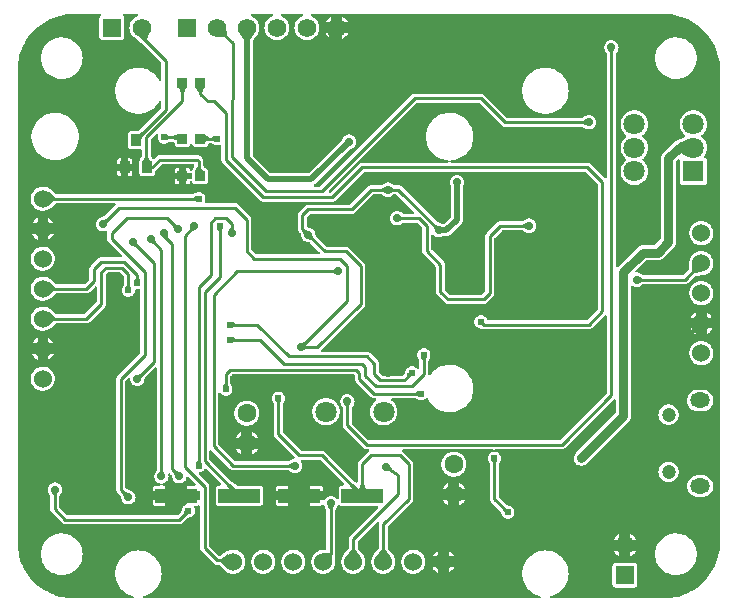
<source format=gbl>
G04 Layer: BottomLayer*
G04 EasyEDA v6.5.28, 2023-05-12 23:13:51*
G04 2c4de912aade46c3ae8d467baab15760,9779bb66b829476cac46641fb3e7303a,10*
G04 Gerber Generator version 0.2*
G04 Scale: 100 percent, Rotated: No, Reflected: No *
G04 Dimensions in inches *
G04 leading zeros omitted , absolute positions ,3 integer and 6 decimal *
%FSLAX36Y36*%
%MOIN*%

%AMMACRO1*21,1,$1,$2,0,0,$3*%
%ADD10C,0.0100*%
%ADD11C,0.0295*%
%ADD12C,0.0197*%
%ADD13MACRO1,0.1378X0.0472X0.0000*%
%ADD14MACRO1,0.0394X0.0315X90.0000*%
%ADD15MACRO1,0.034X0.0318X90.0000*%
%ADD16C,0.0600*%
%ADD17C,0.0630*%
%ADD18R,0.0620X0.0620*%
%ADD19C,0.0620*%
%ADD20C,0.0709*%
%ADD21C,0.0472*%
%ADD22O,0.066929X0.051181000000000004*%
%ADD23R,0.0709X0.0709*%
%ADD24C,0.0276*%
%ADD25C,0.0240*%
%ADD26C,0.0195*%

%LPD*%
G36*
X472660Y797600D02*
G01*
X460600Y797980D01*
X448920Y799100D01*
X437340Y800939D01*
X425900Y803500D01*
X414640Y806780D01*
X403620Y810759D01*
X392860Y815420D01*
X382420Y820759D01*
X372320Y826740D01*
X362640Y833319D01*
X353380Y840520D01*
X344580Y848280D01*
X336300Y856580D01*
X328560Y865380D01*
X321380Y874640D01*
X314780Y884340D01*
X308820Y894440D01*
X303500Y904900D01*
X298860Y915660D01*
X294900Y926700D01*
X291640Y937960D01*
X289080Y949400D01*
X287260Y960980D01*
X286160Y972660D01*
X285800Y984460D01*
X285800Y2558840D01*
X286180Y2570899D01*
X287280Y2582559D01*
X289120Y2594140D01*
X291700Y2605580D01*
X294980Y2616840D01*
X298960Y2627880D01*
X303620Y2638639D01*
X308940Y2649080D01*
X314920Y2659160D01*
X321520Y2668860D01*
X328720Y2678120D01*
X336480Y2686900D01*
X344760Y2695200D01*
X353560Y2702940D01*
X362840Y2710120D01*
X372540Y2716700D01*
X382640Y2722660D01*
X393080Y2727980D01*
X403840Y2732640D01*
X414880Y2736600D01*
X426140Y2739860D01*
X437600Y2742400D01*
X449180Y2744240D01*
X460840Y2745340D01*
X472660Y2745700D01*
X559740Y2745700D01*
X561280Y2745400D01*
X562580Y2744520D01*
X563440Y2743240D01*
X563740Y2741700D01*
X563440Y2740160D01*
X562580Y2738880D01*
X561040Y2737340D01*
X559840Y2735419D01*
X559080Y2733260D01*
X558800Y2730779D01*
X558800Y2669220D01*
X559080Y2666740D01*
X559840Y2664580D01*
X561040Y2662660D01*
X562660Y2661040D01*
X564580Y2659840D01*
X566740Y2659080D01*
X569220Y2658800D01*
X630780Y2658800D01*
X633260Y2659080D01*
X635420Y2659840D01*
X637340Y2661040D01*
X638960Y2662660D01*
X640160Y2664580D01*
X640920Y2666740D01*
X641200Y2669220D01*
X641200Y2730779D01*
X640920Y2733260D01*
X640160Y2735419D01*
X638960Y2737340D01*
X637420Y2738880D01*
X636560Y2740160D01*
X636260Y2741700D01*
X636560Y2743240D01*
X637420Y2744520D01*
X638720Y2745400D01*
X640260Y2745700D01*
X682580Y2745700D01*
X684320Y2745299D01*
X685699Y2744200D01*
X686480Y2742600D01*
X686480Y2740840D01*
X685720Y2739240D01*
X684360Y2738120D01*
X679400Y2735680D01*
X674920Y2732679D01*
X670879Y2729120D01*
X667320Y2725080D01*
X664320Y2720600D01*
X661940Y2715760D01*
X660220Y2710659D01*
X659160Y2705380D01*
X658800Y2700000D01*
X659160Y2694620D01*
X660220Y2689340D01*
X661940Y2684240D01*
X664320Y2679400D01*
X667320Y2674920D01*
X670879Y2670880D01*
X674980Y2667280D01*
X698300Y2650140D01*
X763620Y2584880D01*
X764500Y2583580D01*
X764800Y2582040D01*
X764800Y2526180D01*
X764500Y2524680D01*
X763660Y2523400D01*
X762400Y2522520D01*
X760920Y2522180D01*
X759400Y2522440D01*
X758100Y2523240D01*
X757180Y2524480D01*
X756500Y2525900D01*
X752620Y2532400D01*
X748100Y2538480D01*
X743020Y2544080D01*
X737420Y2549160D01*
X731340Y2553680D01*
X724840Y2557560D01*
X718000Y2560800D01*
X710879Y2563360D01*
X703540Y2565200D01*
X696040Y2566300D01*
X688500Y2566680D01*
X680939Y2566300D01*
X673439Y2565200D01*
X666100Y2563360D01*
X658980Y2560800D01*
X652140Y2557560D01*
X645639Y2553680D01*
X639560Y2549160D01*
X633960Y2544080D01*
X628880Y2538480D01*
X624360Y2532400D01*
X620480Y2525900D01*
X617240Y2519060D01*
X614680Y2511940D01*
X612840Y2504600D01*
X611740Y2497100D01*
X611360Y2489540D01*
X611740Y2482000D01*
X612840Y2474500D01*
X614680Y2467160D01*
X617240Y2460040D01*
X620480Y2453200D01*
X624360Y2446700D01*
X628880Y2440620D01*
X633960Y2435020D01*
X639560Y2429940D01*
X645639Y2425420D01*
X652140Y2421540D01*
X658980Y2418300D01*
X666100Y2415740D01*
X673439Y2413900D01*
X680939Y2412800D01*
X688500Y2412420D01*
X696040Y2412800D01*
X703540Y2413900D01*
X710879Y2415740D01*
X718000Y2418300D01*
X724840Y2421540D01*
X731340Y2425420D01*
X737420Y2429940D01*
X743020Y2435020D01*
X748100Y2440620D01*
X752620Y2446700D01*
X756500Y2453200D01*
X757180Y2454620D01*
X758100Y2455860D01*
X759400Y2456660D01*
X760920Y2456920D01*
X762400Y2456580D01*
X763660Y2455700D01*
X764500Y2454420D01*
X764800Y2452920D01*
X764800Y2433240D01*
X764500Y2431700D01*
X763620Y2430400D01*
X694980Y2361820D01*
X686660Y2355900D01*
X685560Y2355340D01*
X684340Y2355160D01*
X664479Y2355160D01*
X661979Y2354880D01*
X659840Y2354120D01*
X657900Y2352920D01*
X656300Y2351300D01*
X655080Y2349380D01*
X654340Y2347220D01*
X654060Y2344740D01*
X654060Y2305820D01*
X654340Y2303320D01*
X655080Y2301180D01*
X656300Y2299240D01*
X657900Y2297640D01*
X659840Y2296420D01*
X661979Y2295660D01*
X664479Y2295380D01*
X695800Y2295400D01*
X697340Y2295100D01*
X698620Y2294220D01*
X699500Y2292920D01*
X699800Y2291400D01*
X699800Y2272760D01*
X699380Y2270980D01*
X695120Y2262460D01*
X693700Y2260760D01*
X692500Y2258820D01*
X691740Y2256680D01*
X691460Y2254180D01*
X691460Y2215260D01*
X691740Y2212780D01*
X692500Y2210620D01*
X693700Y2208700D01*
X695320Y2207080D01*
X697240Y2205880D01*
X699400Y2205120D01*
X701880Y2204840D01*
X732920Y2204840D01*
X735420Y2205120D01*
X737560Y2205880D01*
X739500Y2207080D01*
X741100Y2208700D01*
X742320Y2210620D01*
X743080Y2212780D01*
X743360Y2215260D01*
X743360Y2220380D01*
X743740Y2222080D01*
X744820Y2223460D01*
X745600Y2224120D01*
X765120Y2243620D01*
X766420Y2244500D01*
X767960Y2244800D01*
X870800Y2244800D01*
X872340Y2244500D01*
X873620Y2243620D01*
X874500Y2242340D01*
X874800Y2240800D01*
X874800Y2239840D01*
X874500Y2238300D01*
X869419Y2226080D01*
X868800Y2224140D01*
X868000Y2222700D01*
X866660Y2221720D01*
X865060Y2221360D01*
X863439Y2221680D01*
X862080Y2222620D01*
X861220Y2224040D01*
X860380Y2226420D01*
X859180Y2228360D01*
X857560Y2229960D01*
X855639Y2231180D01*
X853480Y2231920D01*
X851000Y2232200D01*
X845780Y2232200D01*
X845780Y2216000D01*
X864580Y2216000D01*
X866120Y2215700D01*
X867400Y2214840D01*
X868280Y2213540D01*
X868580Y2212000D01*
X868580Y2198000D01*
X868280Y2196460D01*
X867400Y2195160D01*
X866120Y2194300D01*
X864580Y2194000D01*
X845780Y2194000D01*
X845780Y2177800D01*
X851000Y2177800D01*
X853480Y2178080D01*
X855639Y2178820D01*
X857560Y2180040D01*
X859180Y2181640D01*
X860380Y2183580D01*
X861220Y2185960D01*
X862060Y2187360D01*
X863400Y2188320D01*
X865000Y2188640D01*
X866600Y2188320D01*
X867940Y2187360D01*
X868780Y2185960D01*
X869620Y2183580D01*
X870819Y2181640D01*
X872440Y2180040D01*
X874360Y2178820D01*
X876520Y2178080D01*
X879000Y2177800D01*
X910300Y2177800D01*
X912800Y2178080D01*
X914940Y2178820D01*
X916880Y2180040D01*
X918480Y2181640D01*
X919700Y2183580D01*
X920460Y2185720D01*
X920740Y2188220D01*
X920740Y2221780D01*
X920460Y2224280D01*
X919700Y2226420D01*
X918480Y2228360D01*
X916880Y2229960D01*
X914940Y2231180D01*
X912800Y2231920D01*
X910879Y2232140D01*
X909599Y2232500D01*
X908520Y2233260D01*
X907740Y2234340D01*
X905620Y2238560D01*
X905200Y2240360D01*
X905200Y2254800D01*
X904880Y2257960D01*
X904020Y2260800D01*
X902620Y2263440D01*
X900600Y2265880D01*
X895879Y2270600D01*
X893439Y2272620D01*
X890800Y2274020D01*
X887960Y2274880D01*
X884800Y2275200D01*
X760200Y2275200D01*
X757039Y2274880D01*
X754200Y2274020D01*
X751560Y2272620D01*
X749120Y2270600D01*
X742600Y2264100D01*
X741500Y2263320D01*
X740220Y2262940D01*
X738880Y2263020D01*
X737560Y2263580D01*
X735160Y2264420D01*
X733840Y2265200D01*
X732900Y2266400D01*
X730620Y2270980D01*
X730200Y2272760D01*
X730200Y2327040D01*
X730500Y2328560D01*
X731380Y2329860D01*
X747260Y2345720D01*
X748720Y2346640D01*
X750440Y2346860D01*
X752099Y2346340D01*
X753360Y2345180D01*
X754040Y2343580D01*
X753960Y2341840D01*
X753160Y2338860D01*
X752820Y2335000D01*
X753160Y2331140D01*
X754160Y2327420D01*
X755780Y2323900D01*
X758000Y2320740D01*
X760740Y2318000D01*
X763900Y2315780D01*
X767420Y2314160D01*
X771140Y2313160D01*
X775000Y2312820D01*
X778860Y2313160D01*
X782580Y2314160D01*
X786100Y2315780D01*
X788259Y2317240D01*
X792820Y2319420D01*
X794539Y2319800D01*
X801120Y2319800D01*
X802900Y2319380D01*
X807060Y2317300D01*
X808220Y2316420D01*
X809000Y2315160D01*
X809539Y2310720D01*
X810300Y2308580D01*
X811520Y2306640D01*
X813120Y2305040D01*
X815060Y2303820D01*
X817200Y2303080D01*
X819700Y2302800D01*
X851000Y2302800D01*
X853480Y2303080D01*
X855639Y2303820D01*
X857560Y2305040D01*
X859180Y2306640D01*
X860380Y2308580D01*
X861220Y2310960D01*
X862060Y2312360D01*
X863400Y2313320D01*
X865000Y2313640D01*
X866600Y2313320D01*
X867940Y2312360D01*
X868780Y2310960D01*
X869620Y2308580D01*
X870819Y2306640D01*
X872440Y2305040D01*
X874360Y2303820D01*
X876520Y2303080D01*
X879000Y2302800D01*
X910300Y2302800D01*
X912800Y2303080D01*
X914940Y2303820D01*
X916880Y2305040D01*
X918480Y2306640D01*
X919700Y2308580D01*
X920060Y2309600D01*
X920819Y2310920D01*
X922039Y2311860D01*
X927099Y2314380D01*
X928880Y2314800D01*
X930460Y2314800D01*
X932180Y2314420D01*
X936740Y2312240D01*
X938900Y2310780D01*
X942420Y2309160D01*
X946140Y2308160D01*
X950000Y2307820D01*
X953860Y2308160D01*
X957580Y2309160D01*
X959100Y2309860D01*
X960660Y2310240D01*
X962240Y2309980D01*
X963580Y2309120D01*
X964479Y2307800D01*
X964800Y2306240D01*
X964800Y2260200D01*
X965120Y2257040D01*
X965980Y2254200D01*
X967380Y2251560D01*
X969400Y2249120D01*
X1094120Y2124400D01*
X1096560Y2122380D01*
X1099200Y2120980D01*
X1102040Y2120120D01*
X1105200Y2119800D01*
X1334800Y2119800D01*
X1337960Y2120120D01*
X1340800Y2120980D01*
X1343440Y2122380D01*
X1345880Y2124400D01*
X1440120Y2218620D01*
X1441420Y2219500D01*
X1442960Y2219800D01*
X2177040Y2219800D01*
X2178580Y2219500D01*
X2179880Y2218620D01*
X2218620Y2179880D01*
X2219500Y2178580D01*
X2219800Y2177040D01*
X2219800Y1762960D01*
X2219500Y1761420D01*
X2218620Y1760120D01*
X2184880Y1726380D01*
X2183580Y1725500D01*
X2182040Y1725200D01*
X1854500Y1725200D01*
X1853040Y1725480D01*
X1851759Y1726300D01*
X1850880Y1727500D01*
X1849220Y1731100D01*
X1847000Y1734259D01*
X1844259Y1737000D01*
X1841100Y1739220D01*
X1837580Y1740840D01*
X1833860Y1741840D01*
X1830000Y1742180D01*
X1826140Y1741840D01*
X1822420Y1740840D01*
X1818899Y1739220D01*
X1815740Y1737000D01*
X1813000Y1734259D01*
X1810780Y1731100D01*
X1809160Y1727580D01*
X1808160Y1723860D01*
X1807820Y1720000D01*
X1808160Y1716140D01*
X1809160Y1712420D01*
X1810780Y1708899D01*
X1813000Y1705740D01*
X1815740Y1703000D01*
X1818899Y1700780D01*
X1822420Y1699160D01*
X1826140Y1698160D01*
X1827220Y1698020D01*
X1831940Y1697000D01*
X1832980Y1696620D01*
X1834199Y1695980D01*
X1837040Y1695120D01*
X1840200Y1694800D01*
X2189800Y1694800D01*
X2192960Y1695120D01*
X2195800Y1695980D01*
X2198440Y1697380D01*
X2200880Y1699400D01*
X2242980Y1741480D01*
X2244260Y1742340D01*
X2245800Y1742640D01*
X2247340Y1742340D01*
X2248620Y1741480D01*
X2249500Y1740180D01*
X2249800Y1738640D01*
X2249800Y1482960D01*
X2249500Y1481420D01*
X2248620Y1480120D01*
X2094880Y1326380D01*
X2093580Y1325500D01*
X2092040Y1325200D01*
X1457960Y1325200D01*
X1456420Y1325500D01*
X1455120Y1326380D01*
X1401380Y1380120D01*
X1400500Y1381420D01*
X1400200Y1382960D01*
X1400200Y1432580D01*
X1400320Y1433580D01*
X1400700Y1434520D01*
X1403839Y1440180D01*
X1406080Y1443600D01*
X1407660Y1447220D01*
X1408640Y1451060D01*
X1408959Y1455000D01*
X1408640Y1458940D01*
X1407660Y1462780D01*
X1406080Y1466399D01*
X1403920Y1469720D01*
X1401240Y1472640D01*
X1398100Y1475060D01*
X1394620Y1476940D01*
X1390880Y1478240D01*
X1386980Y1478880D01*
X1383020Y1478880D01*
X1379120Y1478240D01*
X1375380Y1476940D01*
X1371900Y1475060D01*
X1368760Y1472640D01*
X1366080Y1469720D01*
X1363920Y1466399D01*
X1362340Y1462780D01*
X1361360Y1458940D01*
X1361040Y1455000D01*
X1361360Y1451060D01*
X1362340Y1447220D01*
X1363920Y1443600D01*
X1366300Y1439940D01*
X1369300Y1434520D01*
X1369680Y1433580D01*
X1369800Y1432580D01*
X1369800Y1375200D01*
X1370120Y1372040D01*
X1370980Y1369199D01*
X1372380Y1366560D01*
X1374400Y1364120D01*
X1439120Y1299400D01*
X1441560Y1297380D01*
X1444199Y1295980D01*
X1447040Y1295120D01*
X1450200Y1294800D01*
X1454139Y1294800D01*
X1455720Y1294460D01*
X1457060Y1293540D01*
X1457900Y1292140D01*
X1458120Y1290540D01*
X1457700Y1288980D01*
X1456680Y1287700D01*
X1454120Y1285600D01*
X1424500Y1255980D01*
X1422480Y1253540D01*
X1421080Y1250900D01*
X1420220Y1248060D01*
X1419900Y1244900D01*
X1419900Y1187180D01*
X1419520Y1185480D01*
X1418440Y1184100D01*
X1416879Y1183300D01*
X1415140Y1183260D01*
X1413540Y1183960D01*
X1410020Y1186600D01*
X1311000Y1285600D01*
X1308560Y1287620D01*
X1305920Y1289019D01*
X1303080Y1289880D01*
X1299920Y1290200D01*
X1232960Y1290200D01*
X1231420Y1290500D01*
X1230120Y1291380D01*
X1171380Y1350120D01*
X1170500Y1351420D01*
X1170200Y1352960D01*
X1170200Y1445460D01*
X1170580Y1447180D01*
X1172760Y1451740D01*
X1174220Y1453899D01*
X1175840Y1457420D01*
X1176840Y1461140D01*
X1177180Y1465000D01*
X1176840Y1468860D01*
X1175840Y1472580D01*
X1174220Y1476100D01*
X1172000Y1479259D01*
X1169260Y1482000D01*
X1166100Y1484220D01*
X1162580Y1485840D01*
X1158860Y1486840D01*
X1155000Y1487180D01*
X1151140Y1486840D01*
X1147420Y1485840D01*
X1143900Y1484220D01*
X1140740Y1482000D01*
X1138000Y1479259D01*
X1135780Y1476100D01*
X1134160Y1472580D01*
X1133160Y1468860D01*
X1132820Y1465000D01*
X1133160Y1461140D01*
X1134160Y1457420D01*
X1135780Y1453899D01*
X1137240Y1451740D01*
X1139420Y1447180D01*
X1139800Y1445460D01*
X1139800Y1345200D01*
X1140120Y1342040D01*
X1140980Y1339199D01*
X1142380Y1336560D01*
X1144400Y1334120D01*
X1208180Y1270320D01*
X1209120Y1268860D01*
X1209340Y1267140D01*
X1208800Y1265480D01*
X1207620Y1264200D01*
X1206020Y1263540D01*
X1204120Y1263240D01*
X1200380Y1261940D01*
X1196900Y1260060D01*
X1195360Y1258940D01*
X1189520Y1255700D01*
X1188580Y1255320D01*
X1187580Y1255200D01*
X1012960Y1255200D01*
X1011420Y1255500D01*
X1010120Y1256380D01*
X956380Y1310120D01*
X955500Y1311420D01*
X955200Y1312960D01*
X955200Y1479199D01*
X955560Y1480840D01*
X956540Y1482180D01*
X958000Y1483020D01*
X959659Y1483180D01*
X961260Y1482640D01*
X962480Y1481500D01*
X963000Y1480740D01*
X965740Y1478000D01*
X968900Y1475780D01*
X972420Y1474160D01*
X976140Y1473160D01*
X980000Y1472820D01*
X983860Y1473160D01*
X987580Y1474160D01*
X991100Y1475780D01*
X994260Y1478000D01*
X997000Y1480740D01*
X999220Y1483899D01*
X1000840Y1487420D01*
X1001840Y1491140D01*
X1002180Y1495000D01*
X1001840Y1498860D01*
X1000840Y1502580D01*
X999220Y1506100D01*
X997760Y1508260D01*
X995580Y1512820D01*
X995200Y1514540D01*
X995200Y1537040D01*
X995500Y1538580D01*
X996380Y1539880D01*
X1000120Y1543620D01*
X1001420Y1544500D01*
X1002960Y1544800D01*
X1405800Y1544800D01*
X1407340Y1544500D01*
X1408620Y1543620D01*
X1409500Y1542340D01*
X1409800Y1540800D01*
X1409800Y1530200D01*
X1410120Y1527040D01*
X1410980Y1524199D01*
X1412380Y1521560D01*
X1414400Y1519120D01*
X1464120Y1469400D01*
X1466560Y1467380D01*
X1469199Y1465980D01*
X1472040Y1465120D01*
X1475200Y1464800D01*
X1477940Y1464800D01*
X1479580Y1464460D01*
X1480920Y1463480D01*
X1481740Y1462040D01*
X1481920Y1460380D01*
X1481399Y1458800D01*
X1480300Y1457560D01*
X1476980Y1455160D01*
X1472800Y1451240D01*
X1469160Y1446819D01*
X1466080Y1441980D01*
X1463640Y1436800D01*
X1461879Y1431339D01*
X1460800Y1425720D01*
X1460440Y1420000D01*
X1460800Y1414280D01*
X1461879Y1408660D01*
X1463640Y1403200D01*
X1466080Y1398020D01*
X1469160Y1393180D01*
X1472800Y1388760D01*
X1476980Y1384840D01*
X1481620Y1381480D01*
X1486639Y1378720D01*
X1491960Y1376600D01*
X1497520Y1375180D01*
X1503200Y1374460D01*
X1508920Y1374460D01*
X1514620Y1375180D01*
X1520160Y1376600D01*
X1525480Y1378720D01*
X1530520Y1381480D01*
X1535140Y1384840D01*
X1539319Y1388760D01*
X1542980Y1393180D01*
X1546040Y1398020D01*
X1548480Y1403200D01*
X1550260Y1408660D01*
X1551320Y1414280D01*
X1551680Y1420000D01*
X1551320Y1425720D01*
X1550260Y1431339D01*
X1548480Y1436800D01*
X1546040Y1441980D01*
X1542980Y1446819D01*
X1539319Y1451240D01*
X1535140Y1455160D01*
X1531819Y1457560D01*
X1530720Y1458800D01*
X1530200Y1460380D01*
X1530380Y1462040D01*
X1531200Y1463480D01*
X1532560Y1464460D01*
X1534180Y1464800D01*
X1610460Y1464800D01*
X1612180Y1464420D01*
X1616740Y1462240D01*
X1618899Y1460780D01*
X1622420Y1459160D01*
X1626140Y1458160D01*
X1630000Y1457820D01*
X1633860Y1458160D01*
X1637580Y1459160D01*
X1641100Y1460780D01*
X1644259Y1463000D01*
X1647280Y1466060D01*
X1648600Y1466940D01*
X1650120Y1467240D01*
X1651660Y1466940D01*
X1652960Y1466060D01*
X1653839Y1464740D01*
X1654280Y1463660D01*
X1657820Y1456900D01*
X1662020Y1450520D01*
X1666800Y1444560D01*
X1672140Y1439079D01*
X1677980Y1434160D01*
X1684259Y1429820D01*
X1690940Y1426100D01*
X1697960Y1423040D01*
X1705220Y1420680D01*
X1712680Y1419040D01*
X1720280Y1418120D01*
X1727920Y1417920D01*
X1735540Y1418480D01*
X1743060Y1419760D01*
X1750440Y1421780D01*
X1757580Y1424480D01*
X1764440Y1427880D01*
X1770940Y1431900D01*
X1777000Y1436540D01*
X1782600Y1441759D01*
X1787660Y1447480D01*
X1792160Y1453660D01*
X1796040Y1460240D01*
X1799259Y1467180D01*
X1801800Y1474379D01*
X1803620Y1481800D01*
X1804720Y1489360D01*
X1805100Y1497000D01*
X1804720Y1504640D01*
X1803620Y1512200D01*
X1801800Y1519620D01*
X1799259Y1526819D01*
X1796040Y1533760D01*
X1792160Y1540340D01*
X1787660Y1546519D01*
X1782600Y1552240D01*
X1777000Y1557460D01*
X1770940Y1562100D01*
X1764440Y1566120D01*
X1757580Y1569520D01*
X1750440Y1572220D01*
X1743060Y1574220D01*
X1735540Y1575520D01*
X1727920Y1576080D01*
X1720280Y1575880D01*
X1712680Y1574960D01*
X1705220Y1573320D01*
X1697960Y1570960D01*
X1690940Y1567900D01*
X1684259Y1564180D01*
X1677980Y1559840D01*
X1672140Y1554920D01*
X1666800Y1549440D01*
X1662320Y1543880D01*
X1661060Y1542840D01*
X1659480Y1542380D01*
X1657880Y1542600D01*
X1656480Y1543440D01*
X1655540Y1544780D01*
X1655200Y1546380D01*
X1655200Y1590460D01*
X1655580Y1592180D01*
X1657760Y1596740D01*
X1659220Y1598899D01*
X1660840Y1602420D01*
X1661840Y1606140D01*
X1662180Y1610000D01*
X1661840Y1613860D01*
X1660840Y1617580D01*
X1659220Y1621100D01*
X1657000Y1624259D01*
X1654259Y1627000D01*
X1651100Y1629220D01*
X1647580Y1630840D01*
X1643860Y1631840D01*
X1640000Y1632180D01*
X1636140Y1631840D01*
X1632420Y1630840D01*
X1628899Y1629220D01*
X1625740Y1627000D01*
X1623000Y1624259D01*
X1620780Y1621100D01*
X1619160Y1617580D01*
X1618160Y1613860D01*
X1617820Y1610000D01*
X1618160Y1606140D01*
X1619160Y1602420D01*
X1620780Y1598899D01*
X1622240Y1596740D01*
X1624420Y1592180D01*
X1624800Y1590460D01*
X1624800Y1565800D01*
X1624440Y1564160D01*
X1623460Y1562820D01*
X1622000Y1561980D01*
X1620340Y1561819D01*
X1618740Y1562360D01*
X1617520Y1563500D01*
X1617000Y1564259D01*
X1614259Y1567000D01*
X1611100Y1569220D01*
X1607580Y1570840D01*
X1603860Y1571840D01*
X1600000Y1572180D01*
X1596140Y1571840D01*
X1592420Y1570840D01*
X1588899Y1569220D01*
X1585740Y1567000D01*
X1583000Y1564259D01*
X1580780Y1561100D01*
X1579160Y1557580D01*
X1577940Y1552820D01*
X1576380Y1548420D01*
X1575440Y1546920D01*
X1569880Y1541380D01*
X1568580Y1540500D01*
X1567040Y1540200D01*
X1502960Y1540200D01*
X1501420Y1540500D01*
X1500120Y1541380D01*
X1491380Y1550120D01*
X1490500Y1551420D01*
X1490200Y1552960D01*
X1490200Y1579800D01*
X1489880Y1582960D01*
X1489019Y1585800D01*
X1487620Y1588440D01*
X1485600Y1590880D01*
X1460880Y1615600D01*
X1458440Y1617620D01*
X1455800Y1619019D01*
X1452960Y1619880D01*
X1449800Y1620200D01*
X1301360Y1620200D01*
X1299820Y1620500D01*
X1298520Y1621380D01*
X1297660Y1622660D01*
X1297360Y1624199D01*
X1297660Y1625740D01*
X1298520Y1627020D01*
X1440600Y1769120D01*
X1442620Y1771560D01*
X1444019Y1774199D01*
X1444880Y1777040D01*
X1445200Y1780200D01*
X1445200Y1904800D01*
X1444880Y1907960D01*
X1444019Y1910800D01*
X1442620Y1913440D01*
X1440600Y1915880D01*
X1390880Y1965600D01*
X1388440Y1967620D01*
X1385800Y1969019D01*
X1382960Y1969880D01*
X1379800Y1970200D01*
X1317960Y1970200D01*
X1316420Y1970500D01*
X1315120Y1971380D01*
X1281600Y2004900D01*
X1280980Y2005680D01*
X1280580Y2006620D01*
X1278820Y2012780D01*
X1278640Y2013940D01*
X1277660Y2017780D01*
X1276080Y2021399D01*
X1273920Y2024720D01*
X1271240Y2027640D01*
X1268100Y2030060D01*
X1264620Y2031940D01*
X1260880Y2033240D01*
X1258100Y2033720D01*
X1253100Y2035160D01*
X1251600Y2035980D01*
X1250560Y2037340D01*
X1250200Y2039000D01*
X1250200Y2067040D01*
X1250500Y2068580D01*
X1251380Y2069880D01*
X1260120Y2078620D01*
X1261420Y2079500D01*
X1262960Y2079800D01*
X1399800Y2079800D01*
X1402960Y2080120D01*
X1405800Y2080980D01*
X1408440Y2082380D01*
X1410880Y2084400D01*
X1470120Y2143620D01*
X1471420Y2144500D01*
X1472960Y2144800D01*
X1497580Y2144800D01*
X1498580Y2144680D01*
X1499520Y2144300D01*
X1505360Y2141060D01*
X1506900Y2139940D01*
X1510380Y2138060D01*
X1514120Y2136760D01*
X1518020Y2136120D01*
X1521980Y2136120D01*
X1525880Y2136760D01*
X1529620Y2138060D01*
X1533100Y2139940D01*
X1534640Y2141060D01*
X1540480Y2144300D01*
X1541420Y2144680D01*
X1542420Y2144800D01*
X1547040Y2144800D01*
X1548580Y2144500D01*
X1549880Y2143620D01*
X1606480Y2087020D01*
X1607340Y2085740D01*
X1607640Y2084199D01*
X1607340Y2082660D01*
X1606480Y2081380D01*
X1605180Y2080500D01*
X1603640Y2080200D01*
X1572420Y2080200D01*
X1571420Y2080320D01*
X1570480Y2080700D01*
X1564640Y2083940D01*
X1563100Y2085060D01*
X1559620Y2086940D01*
X1555880Y2088240D01*
X1551980Y2088880D01*
X1548020Y2088880D01*
X1544120Y2088240D01*
X1540380Y2086940D01*
X1536900Y2085060D01*
X1533760Y2082640D01*
X1531080Y2079720D01*
X1528920Y2076399D01*
X1527340Y2072780D01*
X1526360Y2068940D01*
X1526040Y2065000D01*
X1526360Y2061060D01*
X1527340Y2057220D01*
X1528920Y2053600D01*
X1531080Y2050280D01*
X1533760Y2047360D01*
X1536900Y2044940D01*
X1540380Y2043060D01*
X1544120Y2041759D01*
X1548020Y2041120D01*
X1551980Y2041120D01*
X1555880Y2041759D01*
X1559620Y2043060D01*
X1563100Y2044940D01*
X1564640Y2046060D01*
X1570480Y2049300D01*
X1571420Y2049680D01*
X1572420Y2049800D01*
X1617040Y2049800D01*
X1618580Y2049500D01*
X1619880Y2048620D01*
X1633620Y2034880D01*
X1634500Y2033580D01*
X1634800Y2032040D01*
X1634800Y1955200D01*
X1635120Y1952040D01*
X1635980Y1949199D01*
X1637380Y1946560D01*
X1639400Y1944120D01*
X1678620Y1904880D01*
X1679500Y1903580D01*
X1679800Y1902040D01*
X1679800Y1820200D01*
X1680120Y1817040D01*
X1680980Y1814199D01*
X1682380Y1811560D01*
X1684400Y1809120D01*
X1709120Y1784400D01*
X1711560Y1782380D01*
X1714199Y1780980D01*
X1717040Y1780120D01*
X1720200Y1779800D01*
X1839800Y1779800D01*
X1842960Y1780120D01*
X1845800Y1780980D01*
X1848440Y1782380D01*
X1850880Y1784400D01*
X1870600Y1804120D01*
X1872620Y1806560D01*
X1874019Y1809199D01*
X1874880Y1812040D01*
X1875200Y1815200D01*
X1875200Y1997040D01*
X1875500Y1998580D01*
X1876380Y1999880D01*
X1900120Y2023620D01*
X1901420Y2024500D01*
X1902960Y2024800D01*
X1967580Y2024800D01*
X1968580Y2024680D01*
X1969520Y2024300D01*
X1975360Y2021060D01*
X1976900Y2019940D01*
X1980380Y2018060D01*
X1984120Y2016759D01*
X1988020Y2016120D01*
X1991980Y2016120D01*
X1995880Y2016759D01*
X1999620Y2018060D01*
X2003100Y2019940D01*
X2006240Y2022360D01*
X2008920Y2025280D01*
X2011080Y2028600D01*
X2012660Y2032220D01*
X2013640Y2036060D01*
X2013959Y2040000D01*
X2013640Y2043940D01*
X2012660Y2047780D01*
X2011080Y2051399D01*
X2008920Y2054720D01*
X2006240Y2057640D01*
X2003100Y2060060D01*
X1999620Y2061940D01*
X1995880Y2063240D01*
X1991980Y2063880D01*
X1988020Y2063880D01*
X1984120Y2063240D01*
X1980380Y2061940D01*
X1976900Y2060060D01*
X1975360Y2058940D01*
X1969520Y2055700D01*
X1968580Y2055320D01*
X1967580Y2055200D01*
X1895200Y2055200D01*
X1892040Y2054880D01*
X1889199Y2054019D01*
X1886560Y2052620D01*
X1884120Y2050600D01*
X1849400Y2015880D01*
X1847380Y2013440D01*
X1845980Y2010800D01*
X1845120Y2007960D01*
X1844800Y2004800D01*
X1844800Y1822960D01*
X1844500Y1821420D01*
X1843620Y1820120D01*
X1834880Y1811380D01*
X1833580Y1810500D01*
X1832040Y1810200D01*
X1727960Y1810200D01*
X1726420Y1810500D01*
X1725120Y1811380D01*
X1711380Y1825120D01*
X1710500Y1826420D01*
X1710200Y1827960D01*
X1710200Y1909800D01*
X1709880Y1912960D01*
X1709019Y1915800D01*
X1707620Y1918440D01*
X1705600Y1920880D01*
X1666380Y1960120D01*
X1665500Y1961420D01*
X1665200Y1962960D01*
X1665200Y2006420D01*
X1665520Y2007980D01*
X1666420Y2009300D01*
X1667740Y2010160D01*
X1669319Y2010420D01*
X1670860Y2010060D01*
X1672140Y2009139D01*
X1673760Y2007360D01*
X1676900Y2004940D01*
X1680380Y2003060D01*
X1684120Y2001759D01*
X1688020Y2001120D01*
X1691980Y2001120D01*
X1695880Y2001759D01*
X1699620Y2003060D01*
X1701740Y2004199D01*
X1703440Y2004680D01*
X1709120Y2004960D01*
X1714920Y2004960D01*
X1716740Y2005040D01*
X1718480Y2005260D01*
X1720180Y2005640D01*
X1721860Y2006160D01*
X1723460Y2006840D01*
X1725020Y2007640D01*
X1726500Y2008580D01*
X1727880Y2009640D01*
X1729240Y2010880D01*
X1764120Y2045760D01*
X1765360Y2047120D01*
X1766420Y2048500D01*
X1767360Y2049980D01*
X1768160Y2051540D01*
X1768839Y2053140D01*
X1769360Y2054820D01*
X1769740Y2056519D01*
X1769960Y2058260D01*
X1770040Y2060080D01*
X1770040Y2165900D01*
X1770320Y2171420D01*
X1770500Y2172460D01*
X1771080Y2173600D01*
X1772660Y2177220D01*
X1773640Y2181060D01*
X1773959Y2185000D01*
X1773640Y2188940D01*
X1772660Y2192780D01*
X1771080Y2196400D01*
X1768920Y2199720D01*
X1766240Y2202640D01*
X1763100Y2205060D01*
X1759620Y2206940D01*
X1755880Y2208240D01*
X1751980Y2208880D01*
X1748020Y2208880D01*
X1744120Y2208240D01*
X1740380Y2206940D01*
X1736900Y2205060D01*
X1733760Y2202640D01*
X1731080Y2199720D01*
X1728920Y2196400D01*
X1727340Y2192780D01*
X1726360Y2188940D01*
X1726040Y2185000D01*
X1726360Y2181060D01*
X1727340Y2177220D01*
X1729480Y2172480D01*
X1729680Y2171440D01*
X1729960Y2165880D01*
X1729960Y2069960D01*
X1729660Y2068420D01*
X1728779Y2067140D01*
X1708060Y2046399D01*
X1706680Y2045500D01*
X1705040Y2045240D01*
X1703460Y2045320D01*
X1701759Y2045800D01*
X1699620Y2046940D01*
X1695880Y2048240D01*
X1693100Y2048720D01*
X1686620Y2050580D01*
X1685680Y2050980D01*
X1684900Y2051600D01*
X1565880Y2170600D01*
X1563440Y2172620D01*
X1560800Y2174020D01*
X1557960Y2174880D01*
X1554800Y2175200D01*
X1542420Y2175200D01*
X1541420Y2175320D01*
X1540480Y2175700D01*
X1534640Y2178940D01*
X1533100Y2180060D01*
X1529620Y2181940D01*
X1525880Y2183240D01*
X1521980Y2183880D01*
X1518020Y2183880D01*
X1514120Y2183240D01*
X1510380Y2181940D01*
X1506900Y2180060D01*
X1505360Y2178940D01*
X1499520Y2175700D01*
X1498580Y2175320D01*
X1497580Y2175200D01*
X1465200Y2175200D01*
X1462040Y2174880D01*
X1459199Y2174020D01*
X1456560Y2172620D01*
X1454120Y2170600D01*
X1394880Y2111380D01*
X1393580Y2110500D01*
X1392040Y2110200D01*
X1255200Y2110200D01*
X1252040Y2109880D01*
X1249200Y2109020D01*
X1246560Y2107620D01*
X1244120Y2105600D01*
X1224400Y2085880D01*
X1222380Y2083440D01*
X1220980Y2080800D01*
X1220120Y2077960D01*
X1219800Y2074800D01*
X1219800Y2030200D01*
X1220120Y2027040D01*
X1220980Y2024199D01*
X1222380Y2021560D01*
X1224400Y2019120D01*
X1228400Y2015100D01*
X1229020Y2014319D01*
X1229420Y2013380D01*
X1231180Y2007220D01*
X1231360Y2006060D01*
X1232340Y2002220D01*
X1233920Y1998600D01*
X1236080Y1995280D01*
X1238760Y1992360D01*
X1241900Y1989940D01*
X1245380Y1988060D01*
X1249120Y1986759D01*
X1251900Y1986279D01*
X1258380Y1984420D01*
X1259320Y1984019D01*
X1260100Y1983400D01*
X1291480Y1952020D01*
X1292340Y1950740D01*
X1292640Y1949199D01*
X1292340Y1947660D01*
X1291480Y1946380D01*
X1290180Y1945500D01*
X1288640Y1945200D01*
X1082960Y1945200D01*
X1081420Y1945500D01*
X1080120Y1946380D01*
X1066380Y1960120D01*
X1065500Y1961420D01*
X1065200Y1962960D01*
X1065200Y2059800D01*
X1064880Y2062960D01*
X1064020Y2065800D01*
X1062620Y2068440D01*
X1060600Y2070880D01*
X1020879Y2110600D01*
X1018439Y2112620D01*
X1015800Y2114020D01*
X1012960Y2114880D01*
X1009800Y2115200D01*
X913760Y2115200D01*
X912200Y2115520D01*
X910879Y2116420D01*
X910020Y2117760D01*
X909760Y2119340D01*
X910140Y2120900D01*
X910840Y2122420D01*
X911840Y2126140D01*
X912180Y2130000D01*
X911840Y2133860D01*
X910840Y2137580D01*
X909220Y2141100D01*
X907000Y2144260D01*
X904260Y2147000D01*
X901100Y2149220D01*
X897580Y2150840D01*
X893860Y2151840D01*
X890000Y2152180D01*
X886140Y2151840D01*
X882420Y2150840D01*
X878900Y2149220D01*
X876740Y2147760D01*
X872180Y2145580D01*
X870460Y2145200D01*
X415980Y2145200D01*
X414620Y2145440D01*
X413420Y2146120D01*
X396540Y2160200D01*
X395720Y2160780D01*
X393840Y2162360D01*
X389320Y2165240D01*
X384440Y2167500D01*
X379320Y2169100D01*
X374020Y2170000D01*
X368660Y2170160D01*
X363320Y2169640D01*
X358100Y2168380D01*
X353080Y2166460D01*
X348380Y2163880D01*
X344060Y2160700D01*
X340200Y2156960D01*
X336860Y2152740D01*
X334120Y2148120D01*
X332040Y2143180D01*
X330620Y2138000D01*
X329900Y2132680D01*
X329900Y2127320D01*
X330620Y2122000D01*
X332040Y2116820D01*
X334120Y2111880D01*
X336860Y2107260D01*
X340200Y2103040D01*
X344060Y2099300D01*
X348380Y2096120D01*
X353080Y2093540D01*
X358100Y2091620D01*
X363320Y2090360D01*
X368660Y2089840D01*
X374020Y2090020D01*
X379320Y2090900D01*
X384440Y2092500D01*
X389320Y2094760D01*
X393840Y2097640D01*
X396560Y2099820D01*
X413420Y2113880D01*
X414620Y2114560D01*
X415980Y2114800D01*
X608640Y2114800D01*
X610180Y2114500D01*
X611480Y2113620D01*
X612340Y2112340D01*
X612640Y2110800D01*
X612340Y2109260D01*
X611480Y2107980D01*
X575100Y2071600D01*
X574320Y2070980D01*
X573380Y2070580D01*
X566460Y2068620D01*
X564120Y2068240D01*
X560380Y2066940D01*
X556900Y2065060D01*
X553760Y2062640D01*
X551080Y2059720D01*
X548920Y2056399D01*
X547340Y2052780D01*
X546360Y2048940D01*
X546040Y2045000D01*
X546360Y2041060D01*
X547340Y2037220D01*
X548920Y2033600D01*
X551080Y2030280D01*
X553760Y2027360D01*
X556900Y2024940D01*
X560380Y2023060D01*
X564120Y2021759D01*
X568020Y2021120D01*
X571980Y2021120D01*
X575880Y2021759D01*
X580060Y2023240D01*
X581800Y2023440D01*
X583460Y2022880D01*
X584720Y2021660D01*
X585340Y2020040D01*
X584800Y2014800D01*
X584800Y1995200D01*
X585120Y1992040D01*
X585980Y1989199D01*
X587380Y1986560D01*
X589400Y1984120D01*
X631480Y1942020D01*
X632340Y1940740D01*
X632640Y1939199D01*
X632340Y1937660D01*
X631480Y1936380D01*
X630180Y1935500D01*
X628640Y1935200D01*
X565200Y1935200D01*
X562040Y1934880D01*
X559200Y1934019D01*
X556560Y1932620D01*
X554120Y1930600D01*
X529400Y1905880D01*
X527380Y1903440D01*
X525980Y1900800D01*
X525120Y1897960D01*
X524800Y1894800D01*
X524800Y1862960D01*
X524500Y1861420D01*
X523620Y1860120D01*
X509880Y1846380D01*
X508579Y1845500D01*
X507040Y1845200D01*
X415980Y1845200D01*
X414620Y1845440D01*
X413420Y1846120D01*
X396540Y1860200D01*
X395720Y1860780D01*
X393840Y1862360D01*
X389320Y1865240D01*
X384440Y1867500D01*
X379320Y1869100D01*
X374020Y1870000D01*
X368660Y1870160D01*
X363320Y1869640D01*
X358100Y1868380D01*
X353080Y1866459D01*
X348380Y1863880D01*
X344060Y1860700D01*
X340200Y1856960D01*
X336860Y1852740D01*
X334120Y1848120D01*
X332040Y1843180D01*
X330620Y1838000D01*
X329900Y1832680D01*
X329900Y1827320D01*
X330620Y1822000D01*
X332040Y1816819D01*
X334120Y1811879D01*
X336860Y1807260D01*
X340200Y1803040D01*
X344060Y1799300D01*
X348380Y1796120D01*
X353080Y1793540D01*
X358100Y1791620D01*
X363320Y1790360D01*
X368660Y1789840D01*
X374020Y1790020D01*
X379320Y1790900D01*
X384440Y1792500D01*
X389320Y1794760D01*
X393840Y1797640D01*
X396560Y1799820D01*
X413420Y1813880D01*
X414620Y1814560D01*
X415980Y1814800D01*
X514799Y1814800D01*
X517960Y1815120D01*
X520800Y1815980D01*
X523440Y1817380D01*
X525880Y1819400D01*
X542980Y1836480D01*
X544260Y1837340D01*
X545800Y1837640D01*
X547340Y1837340D01*
X548620Y1836480D01*
X549500Y1835180D01*
X549800Y1833640D01*
X549800Y1787960D01*
X549500Y1786420D01*
X548620Y1785120D01*
X509880Y1746380D01*
X508579Y1745500D01*
X507040Y1745200D01*
X415980Y1745200D01*
X414620Y1745440D01*
X413420Y1746120D01*
X396540Y1760200D01*
X395720Y1760780D01*
X393840Y1762360D01*
X389320Y1765240D01*
X384440Y1767500D01*
X379320Y1769100D01*
X374020Y1770000D01*
X368660Y1770160D01*
X363320Y1769640D01*
X358100Y1768380D01*
X353080Y1766459D01*
X348380Y1763880D01*
X344060Y1760700D01*
X340200Y1756960D01*
X336860Y1752740D01*
X334120Y1748120D01*
X332040Y1743180D01*
X330620Y1738000D01*
X329900Y1732680D01*
X329900Y1727320D01*
X330620Y1722000D01*
X332040Y1716819D01*
X334120Y1711879D01*
X336860Y1707260D01*
X340200Y1703040D01*
X344060Y1699300D01*
X348380Y1696120D01*
X353080Y1693540D01*
X358100Y1691620D01*
X363320Y1690360D01*
X368660Y1689840D01*
X374020Y1690020D01*
X379320Y1690900D01*
X384440Y1692500D01*
X389320Y1694760D01*
X393840Y1697640D01*
X396560Y1699820D01*
X413420Y1713880D01*
X414620Y1714560D01*
X415980Y1714800D01*
X514799Y1714800D01*
X517960Y1715120D01*
X520800Y1715980D01*
X523440Y1717380D01*
X525880Y1719400D01*
X575600Y1769120D01*
X577620Y1771560D01*
X579020Y1774199D01*
X579880Y1777040D01*
X580200Y1780200D01*
X580200Y1877040D01*
X580500Y1878580D01*
X581380Y1879880D01*
X585120Y1883620D01*
X586420Y1884500D01*
X587960Y1884800D01*
X627040Y1884800D01*
X628580Y1884500D01*
X629880Y1883620D01*
X638620Y1874880D01*
X639500Y1873580D01*
X639800Y1872040D01*
X639800Y1844540D01*
X639420Y1842820D01*
X637240Y1838260D01*
X635780Y1836100D01*
X634160Y1832580D01*
X633160Y1828860D01*
X632820Y1825000D01*
X633160Y1821140D01*
X634160Y1817420D01*
X635780Y1813899D01*
X638000Y1810740D01*
X640740Y1808000D01*
X643900Y1805780D01*
X647420Y1804160D01*
X651140Y1803160D01*
X655000Y1802820D01*
X658860Y1803160D01*
X662580Y1804160D01*
X666100Y1805780D01*
X669260Y1808000D01*
X672000Y1810740D01*
X674220Y1813899D01*
X675840Y1817420D01*
X676840Y1821140D01*
X677140Y1824480D01*
X677580Y1825980D01*
X678560Y1827200D01*
X679920Y1827960D01*
X681480Y1828120D01*
X685000Y1827820D01*
X688860Y1828160D01*
X689760Y1828400D01*
X691220Y1828520D01*
X692620Y1828100D01*
X693780Y1827200D01*
X694539Y1825960D01*
X694800Y1824540D01*
X694800Y1617960D01*
X694500Y1616420D01*
X693620Y1615120D01*
X619400Y1540880D01*
X617380Y1538440D01*
X615980Y1535800D01*
X615120Y1532960D01*
X614800Y1529800D01*
X614800Y1160200D01*
X615120Y1157040D01*
X615980Y1154200D01*
X617380Y1151560D01*
X619400Y1149120D01*
X628400Y1140100D01*
X629020Y1139320D01*
X629420Y1138380D01*
X631180Y1132220D01*
X631360Y1131060D01*
X632340Y1127220D01*
X633920Y1123600D01*
X636080Y1120280D01*
X638760Y1117360D01*
X641900Y1114940D01*
X645380Y1113060D01*
X649120Y1111760D01*
X653020Y1111120D01*
X656979Y1111120D01*
X660879Y1111760D01*
X664620Y1113060D01*
X668100Y1114940D01*
X671240Y1117360D01*
X673920Y1120280D01*
X676080Y1123600D01*
X677660Y1127220D01*
X678640Y1131060D01*
X678960Y1135000D01*
X678640Y1138940D01*
X677660Y1142780D01*
X676080Y1146400D01*
X673920Y1149720D01*
X671240Y1152640D01*
X668100Y1155060D01*
X664620Y1156940D01*
X660879Y1158240D01*
X658100Y1158720D01*
X651620Y1160580D01*
X650680Y1160980D01*
X649900Y1161600D01*
X646380Y1165120D01*
X645500Y1166420D01*
X645200Y1167960D01*
X645200Y1522040D01*
X645500Y1523580D01*
X646380Y1524880D01*
X654200Y1532700D01*
X655440Y1533560D01*
X656919Y1533880D01*
X658400Y1533640D01*
X659700Y1532860D01*
X660620Y1531660D01*
X661020Y1530200D01*
X661360Y1526060D01*
X662340Y1522220D01*
X663920Y1518600D01*
X666080Y1515280D01*
X668760Y1512360D01*
X671900Y1509940D01*
X675380Y1508060D01*
X679120Y1506759D01*
X683020Y1506120D01*
X686979Y1506120D01*
X690879Y1506759D01*
X694620Y1508060D01*
X698100Y1509940D01*
X701240Y1512360D01*
X703920Y1515280D01*
X706080Y1518600D01*
X707660Y1522220D01*
X708640Y1526060D01*
X708820Y1527220D01*
X710580Y1533380D01*
X710980Y1534319D01*
X711600Y1535100D01*
X742980Y1566480D01*
X744260Y1567340D01*
X745800Y1567640D01*
X747340Y1567340D01*
X748620Y1566480D01*
X749500Y1565180D01*
X749800Y1563640D01*
X749800Y1227420D01*
X749680Y1226420D01*
X749300Y1225480D01*
X746160Y1219820D01*
X743920Y1216400D01*
X742340Y1212780D01*
X741360Y1208940D01*
X741040Y1205000D01*
X741360Y1201060D01*
X742340Y1197220D01*
X743920Y1193600D01*
X746080Y1190280D01*
X748760Y1187360D01*
X751900Y1184940D01*
X755380Y1183060D01*
X759120Y1181760D01*
X760680Y1181140D01*
X761860Y1179920D01*
X762420Y1178340D01*
X762280Y1176660D01*
X761460Y1175180D01*
X760100Y1174180D01*
X758460Y1173820D01*
X746200Y1173820D01*
X743720Y1173540D01*
X741560Y1172780D01*
X739640Y1171580D01*
X738020Y1169960D01*
X736820Y1168040D01*
X736060Y1165880D01*
X735780Y1163400D01*
X735780Y1154320D01*
X777940Y1154320D01*
X777940Y1173820D01*
X771540Y1173820D01*
X769900Y1174180D01*
X768540Y1175180D01*
X767720Y1176660D01*
X767580Y1178340D01*
X768139Y1179920D01*
X769320Y1181140D01*
X770879Y1181760D01*
X774620Y1183060D01*
X778100Y1184940D01*
X781240Y1187360D01*
X783920Y1190280D01*
X786080Y1193600D01*
X787660Y1197220D01*
X788640Y1201060D01*
X788960Y1205000D01*
X788640Y1208940D01*
X788500Y1209480D01*
X788439Y1211200D01*
X789120Y1212800D01*
X790400Y1213940D01*
X792039Y1214460D01*
X793760Y1214220D01*
X795200Y1213300D01*
X798400Y1210100D01*
X799020Y1209320D01*
X799419Y1208380D01*
X801180Y1202220D01*
X801360Y1201060D01*
X802340Y1197220D01*
X803920Y1193600D01*
X806080Y1190280D01*
X808760Y1187360D01*
X811900Y1184940D01*
X815380Y1183060D01*
X819120Y1181760D01*
X823020Y1181120D01*
X826979Y1181120D01*
X830879Y1181760D01*
X834620Y1183060D01*
X838100Y1184940D01*
X841240Y1187360D01*
X843920Y1190280D01*
X846080Y1193600D01*
X847660Y1197220D01*
X848700Y1201260D01*
X849440Y1202760D01*
X850720Y1203820D01*
X852340Y1204280D01*
X854000Y1204020D01*
X855400Y1203100D01*
X877860Y1180660D01*
X878720Y1179360D01*
X879020Y1177820D01*
X878720Y1176300D01*
X877860Y1175000D01*
X876560Y1174120D01*
X875020Y1173820D01*
X851820Y1173820D01*
X851820Y1154320D01*
X890800Y1154320D01*
X892340Y1154000D01*
X893620Y1153140D01*
X894500Y1151840D01*
X894800Y1150320D01*
X894800Y1129680D01*
X894500Y1128160D01*
X893620Y1126860D01*
X892340Y1126000D01*
X890800Y1125680D01*
X851820Y1125680D01*
X851820Y1115100D01*
X851460Y1113400D01*
X850400Y1112040D01*
X848860Y1111240D01*
X847420Y1110840D01*
X843900Y1109220D01*
X840740Y1107000D01*
X838000Y1104260D01*
X835780Y1101100D01*
X834160Y1097580D01*
X832940Y1092820D01*
X831380Y1088420D01*
X830440Y1086920D01*
X819880Y1076380D01*
X818580Y1075500D01*
X817039Y1075200D01*
X452960Y1075200D01*
X451420Y1075500D01*
X450120Y1076380D01*
X426380Y1100120D01*
X425500Y1101420D01*
X425200Y1102960D01*
X425200Y1137580D01*
X425319Y1138580D01*
X425700Y1139520D01*
X428840Y1145180D01*
X431079Y1148600D01*
X432660Y1152220D01*
X433640Y1156060D01*
X433960Y1160000D01*
X433640Y1163940D01*
X432660Y1167780D01*
X431079Y1171400D01*
X428920Y1174720D01*
X426240Y1177640D01*
X423100Y1180060D01*
X419620Y1181940D01*
X415880Y1183240D01*
X411980Y1183880D01*
X408020Y1183880D01*
X404120Y1183240D01*
X400379Y1181940D01*
X396900Y1180060D01*
X393760Y1177640D01*
X391079Y1174720D01*
X388920Y1171400D01*
X387340Y1167780D01*
X386360Y1163940D01*
X386040Y1160000D01*
X386360Y1156060D01*
X387340Y1152220D01*
X388920Y1148600D01*
X391300Y1144940D01*
X394300Y1139520D01*
X394680Y1138580D01*
X394799Y1137580D01*
X394799Y1095200D01*
X395120Y1092040D01*
X395980Y1089200D01*
X397380Y1086560D01*
X399400Y1084120D01*
X434120Y1049400D01*
X436560Y1047380D01*
X439200Y1045980D01*
X442040Y1045120D01*
X445200Y1044800D01*
X824800Y1044800D01*
X827960Y1045120D01*
X830800Y1045980D01*
X833439Y1047380D01*
X835879Y1049400D01*
X851919Y1065440D01*
X853420Y1066380D01*
X857820Y1067940D01*
X862580Y1069160D01*
X866100Y1070780D01*
X869260Y1073000D01*
X872000Y1075740D01*
X874220Y1078900D01*
X875840Y1082420D01*
X876840Y1086140D01*
X877180Y1090000D01*
X876840Y1093860D01*
X875840Y1097580D01*
X874500Y1100480D01*
X874120Y1102040D01*
X874380Y1103620D01*
X875240Y1104960D01*
X876560Y1105860D01*
X878120Y1106180D01*
X883560Y1106180D01*
X886040Y1106460D01*
X888199Y1107220D01*
X888680Y1107520D01*
X890260Y1108080D01*
X891960Y1107960D01*
X893439Y1107140D01*
X894440Y1105780D01*
X894800Y1104120D01*
X894800Y965200D01*
X895120Y962039D01*
X895980Y959200D01*
X897380Y956560D01*
X899400Y954120D01*
X939120Y914400D01*
X941560Y912380D01*
X944200Y910980D01*
X947039Y910120D01*
X950200Y909800D01*
X957740Y909800D01*
X959340Y909479D01*
X960660Y908540D01*
X975020Y893319D01*
X979080Y889380D01*
X983400Y886200D01*
X988100Y883620D01*
X993120Y881680D01*
X998340Y880440D01*
X1003680Y879900D01*
X1009040Y880080D01*
X1014340Y880980D01*
X1019460Y882560D01*
X1024340Y884820D01*
X1028860Y887720D01*
X1032960Y891180D01*
X1036560Y895160D01*
X1039599Y899580D01*
X1042020Y904380D01*
X1043780Y909440D01*
X1044860Y914720D01*
X1045220Y920060D01*
X1044860Y925420D01*
X1043780Y930680D01*
X1042020Y935759D01*
X1039599Y940540D01*
X1036560Y944980D01*
X1032960Y948960D01*
X1028860Y952420D01*
X1024340Y955320D01*
X1019460Y957580D01*
X1014340Y959160D01*
X1009040Y960060D01*
X1003680Y960240D01*
X998340Y959700D01*
X993120Y958460D01*
X988100Y956520D01*
X983300Y953900D01*
X963080Y940840D01*
X962039Y940360D01*
X960920Y940200D01*
X957960Y940200D01*
X956420Y940500D01*
X955120Y941380D01*
X926380Y970120D01*
X925500Y971420D01*
X925200Y972960D01*
X925200Y1169800D01*
X924880Y1172960D01*
X924020Y1175800D01*
X922620Y1178440D01*
X920600Y1180880D01*
X890260Y1211240D01*
X889419Y1212480D01*
X889080Y1213960D01*
X889320Y1215440D01*
X890100Y1216720D01*
X891280Y1217640D01*
X892740Y1218060D01*
X893860Y1218160D01*
X897580Y1219160D01*
X901100Y1220780D01*
X904260Y1223000D01*
X907000Y1225740D01*
X908740Y1228240D01*
X910020Y1229400D01*
X911680Y1229940D01*
X913379Y1229700D01*
X914860Y1228780D01*
X962980Y1180660D01*
X963840Y1179360D01*
X964140Y1177820D01*
X963840Y1176300D01*
X962980Y1175000D01*
X961680Y1174120D01*
X960140Y1173820D01*
X956440Y1173820D01*
X953960Y1173540D01*
X951800Y1172780D01*
X949880Y1171580D01*
X948259Y1169960D01*
X947060Y1168040D01*
X946300Y1165880D01*
X946020Y1163400D01*
X946020Y1116600D01*
X946300Y1114120D01*
X947060Y1111960D01*
X948259Y1110040D01*
X949880Y1108420D01*
X951800Y1107220D01*
X953960Y1106460D01*
X956440Y1106180D01*
X1093800Y1106180D01*
X1096280Y1106460D01*
X1098440Y1107220D01*
X1100360Y1108420D01*
X1101980Y1110040D01*
X1103180Y1111960D01*
X1103940Y1114120D01*
X1104220Y1116600D01*
X1104220Y1163400D01*
X1103940Y1165880D01*
X1103180Y1168040D01*
X1101980Y1169960D01*
X1100360Y1171580D01*
X1098440Y1172780D01*
X1096280Y1173540D01*
X1093800Y1173820D01*
X1018660Y1173820D01*
X1017400Y1174020D01*
X1016280Y1174600D01*
X1000020Y1186600D01*
X926380Y1260240D01*
X925500Y1261540D01*
X925200Y1263080D01*
X925200Y1288640D01*
X925500Y1290180D01*
X926380Y1291480D01*
X927660Y1292340D01*
X929200Y1292640D01*
X930740Y1292340D01*
X932020Y1291480D01*
X994120Y1229400D01*
X996560Y1227380D01*
X999200Y1225980D01*
X1002039Y1225120D01*
X1005200Y1224800D01*
X1187580Y1224800D01*
X1188580Y1224680D01*
X1189520Y1224300D01*
X1195360Y1221060D01*
X1196900Y1219940D01*
X1200380Y1218060D01*
X1204120Y1216760D01*
X1208020Y1216120D01*
X1211980Y1216120D01*
X1215880Y1216760D01*
X1219620Y1218060D01*
X1223100Y1219940D01*
X1226240Y1222360D01*
X1228920Y1225280D01*
X1231080Y1228600D01*
X1232660Y1232220D01*
X1233640Y1236060D01*
X1233960Y1240000D01*
X1233640Y1243940D01*
X1232660Y1247780D01*
X1231080Y1251400D01*
X1229640Y1253620D01*
X1229020Y1255200D01*
X1229140Y1256900D01*
X1229960Y1258420D01*
X1231320Y1259440D01*
X1232980Y1259800D01*
X1292160Y1259800D01*
X1293700Y1259500D01*
X1295000Y1258620D01*
X1372980Y1180660D01*
X1373839Y1179360D01*
X1374139Y1177820D01*
X1373839Y1176300D01*
X1372980Y1175000D01*
X1371680Y1174120D01*
X1370140Y1173820D01*
X1366440Y1173820D01*
X1363959Y1173540D01*
X1361800Y1172780D01*
X1359880Y1171580D01*
X1358260Y1169960D01*
X1357060Y1168040D01*
X1356300Y1165880D01*
X1356020Y1163400D01*
X1356020Y1132260D01*
X1355700Y1130700D01*
X1354800Y1129380D01*
X1353480Y1128520D01*
X1351920Y1128260D01*
X1350360Y1128600D01*
X1349079Y1129540D01*
X1346240Y1132640D01*
X1343100Y1135060D01*
X1339620Y1136940D01*
X1335880Y1138240D01*
X1331980Y1138880D01*
X1328020Y1138880D01*
X1324120Y1138240D01*
X1320380Y1136940D01*
X1316900Y1135060D01*
X1313760Y1132640D01*
X1311080Y1129720D01*
X1309640Y1127500D01*
X1308740Y1126540D01*
X1307580Y1125900D01*
X1306279Y1125680D01*
X1261840Y1125680D01*
X1261840Y1106180D01*
X1293560Y1106180D01*
X1296040Y1106460D01*
X1298200Y1107220D01*
X1300120Y1108420D01*
X1300660Y1108960D01*
X1301940Y1109820D01*
X1303460Y1110120D01*
X1304980Y1109840D01*
X1306279Y1108980D01*
X1307160Y1107700D01*
X1308940Y1103580D01*
X1311300Y1099940D01*
X1314300Y1094520D01*
X1314680Y1093580D01*
X1314800Y1092580D01*
X1314800Y963620D01*
X1314420Y961940D01*
X1313380Y960560D01*
X1311860Y959760D01*
X1310140Y959680D01*
X1309040Y959860D01*
X1303600Y960040D01*
X1298340Y959500D01*
X1293100Y958259D01*
X1288100Y956320D01*
X1283400Y953740D01*
X1279060Y950560D01*
X1275200Y946840D01*
X1271880Y942620D01*
X1269140Y938000D01*
X1267040Y933060D01*
X1265640Y927880D01*
X1264920Y922560D01*
X1264920Y917180D01*
X1265640Y911860D01*
X1267040Y906680D01*
X1269140Y901740D01*
X1271880Y897120D01*
X1275200Y892920D01*
X1279060Y889180D01*
X1283400Y886000D01*
X1288100Y883420D01*
X1293100Y881480D01*
X1298340Y880240D01*
X1303680Y879700D01*
X1309040Y879880D01*
X1314340Y880780D01*
X1319460Y882360D01*
X1324340Y884620D01*
X1328860Y887520D01*
X1332960Y890980D01*
X1336560Y894960D01*
X1339600Y899380D01*
X1342020Y904180D01*
X1343779Y909260D01*
X1344840Y914520D01*
X1345200Y919880D01*
X1344840Y925220D01*
X1344680Y926240D01*
X1343959Y938060D01*
X1344120Y939460D01*
X1344880Y941960D01*
X1345200Y945120D01*
X1345200Y1092580D01*
X1345320Y1093580D01*
X1345700Y1094520D01*
X1348839Y1100180D01*
X1351060Y1103580D01*
X1352840Y1107700D01*
X1353720Y1108980D01*
X1355020Y1109840D01*
X1356540Y1110120D01*
X1358060Y1109820D01*
X1359340Y1108960D01*
X1359880Y1108420D01*
X1361800Y1107220D01*
X1363959Y1106460D01*
X1366440Y1106180D01*
X1485020Y1106180D01*
X1486560Y1105880D01*
X1487860Y1105000D01*
X1488720Y1103700D01*
X1489019Y1102180D01*
X1488720Y1100640D01*
X1487860Y1099340D01*
X1394400Y1005879D01*
X1392380Y1003439D01*
X1390980Y1000800D01*
X1390120Y997960D01*
X1389800Y994800D01*
X1389800Y965860D01*
X1389560Y964500D01*
X1388880Y963300D01*
X1374820Y946420D01*
X1371879Y942620D01*
X1369139Y938000D01*
X1367040Y933060D01*
X1365620Y927880D01*
X1364920Y922560D01*
X1364920Y917180D01*
X1365620Y911860D01*
X1367040Y906680D01*
X1369139Y901740D01*
X1371879Y897120D01*
X1375200Y892920D01*
X1379060Y889180D01*
X1383380Y886000D01*
X1388100Y883420D01*
X1393100Y881480D01*
X1398320Y880240D01*
X1403680Y879700D01*
X1409040Y879880D01*
X1414340Y880780D01*
X1419460Y882360D01*
X1424340Y884620D01*
X1428860Y887520D01*
X1432960Y890980D01*
X1436560Y894960D01*
X1439600Y899380D01*
X1442020Y904180D01*
X1443779Y909260D01*
X1444840Y914520D01*
X1445200Y919880D01*
X1444840Y925220D01*
X1443779Y930500D01*
X1442020Y935560D01*
X1439600Y940360D01*
X1436500Y944860D01*
X1421120Y963300D01*
X1420440Y964500D01*
X1420200Y965879D01*
X1420200Y987039D01*
X1420500Y988580D01*
X1421380Y989880D01*
X1483460Y1051960D01*
X1484940Y1052900D01*
X1486680Y1053120D01*
X1488340Y1052560D01*
X1489620Y1051360D01*
X1490240Y1049720D01*
X1489800Y1044800D01*
X1489800Y965840D01*
X1489560Y964479D01*
X1488880Y963280D01*
X1474820Y946420D01*
X1471879Y942620D01*
X1469139Y938000D01*
X1467040Y933060D01*
X1465640Y927880D01*
X1464920Y922560D01*
X1464920Y917180D01*
X1465640Y911860D01*
X1467040Y906680D01*
X1469139Y901740D01*
X1471879Y897120D01*
X1475200Y892920D01*
X1479060Y889180D01*
X1483380Y886000D01*
X1488100Y883420D01*
X1493100Y881480D01*
X1498340Y880240D01*
X1503680Y879700D01*
X1509040Y879880D01*
X1514340Y880780D01*
X1519460Y882360D01*
X1524340Y884620D01*
X1528860Y887520D01*
X1532960Y890980D01*
X1536560Y894960D01*
X1539600Y899380D01*
X1542020Y904180D01*
X1543779Y909260D01*
X1544840Y914520D01*
X1545200Y919880D01*
X1544840Y925220D01*
X1543779Y930500D01*
X1542020Y935560D01*
X1539600Y940360D01*
X1536500Y944860D01*
X1521120Y963319D01*
X1520440Y964520D01*
X1520200Y965879D01*
X1520200Y1037039D01*
X1520500Y1038580D01*
X1521380Y1039880D01*
X1600600Y1119120D01*
X1602620Y1121560D01*
X1604019Y1124200D01*
X1604880Y1127040D01*
X1605200Y1130200D01*
X1605200Y1244800D01*
X1604880Y1247960D01*
X1604019Y1250800D01*
X1602620Y1253440D01*
X1600600Y1255880D01*
X1570880Y1285600D01*
X1568320Y1287700D01*
X1567300Y1288980D01*
X1566879Y1290540D01*
X1567100Y1292140D01*
X1567940Y1293540D01*
X1569280Y1294460D01*
X1570860Y1294800D01*
X1870440Y1294800D01*
X1872040Y1294460D01*
X1873380Y1293520D01*
X1874220Y1292120D01*
X1874440Y1290500D01*
X1873980Y1288940D01*
X1872940Y1287680D01*
X1871480Y1286940D01*
X1867420Y1285840D01*
X1863899Y1284220D01*
X1860740Y1282000D01*
X1858000Y1279260D01*
X1855780Y1276100D01*
X1854160Y1272580D01*
X1853160Y1268860D01*
X1852820Y1265000D01*
X1853160Y1261140D01*
X1854160Y1257420D01*
X1855780Y1253900D01*
X1857240Y1251740D01*
X1859420Y1247180D01*
X1859800Y1245460D01*
X1859800Y1130200D01*
X1860120Y1127040D01*
X1860980Y1124200D01*
X1862380Y1121560D01*
X1864400Y1119120D01*
X1895440Y1088080D01*
X1896380Y1086580D01*
X1897940Y1082180D01*
X1899160Y1077420D01*
X1900780Y1073900D01*
X1903000Y1070740D01*
X1905740Y1068000D01*
X1908899Y1065780D01*
X1912420Y1064160D01*
X1916140Y1063160D01*
X1920000Y1062820D01*
X1923860Y1063160D01*
X1927580Y1064160D01*
X1931100Y1065780D01*
X1934259Y1068000D01*
X1937000Y1070740D01*
X1939220Y1073900D01*
X1940840Y1077420D01*
X1941840Y1081140D01*
X1942180Y1085000D01*
X1941840Y1088860D01*
X1940840Y1092580D01*
X1939220Y1096100D01*
X1937000Y1099260D01*
X1934259Y1102000D01*
X1931100Y1104220D01*
X1927580Y1105840D01*
X1922820Y1107060D01*
X1918420Y1108620D01*
X1916920Y1109560D01*
X1891380Y1135120D01*
X1890500Y1136420D01*
X1890200Y1137960D01*
X1890200Y1245460D01*
X1890580Y1247180D01*
X1892760Y1251740D01*
X1894220Y1253900D01*
X1895840Y1257420D01*
X1896840Y1261140D01*
X1897180Y1265000D01*
X1896840Y1268860D01*
X1895840Y1272580D01*
X1894220Y1276100D01*
X1892000Y1279260D01*
X1889259Y1282000D01*
X1886100Y1284220D01*
X1882580Y1285840D01*
X1878520Y1286940D01*
X1877060Y1287680D01*
X1876020Y1288940D01*
X1875560Y1290500D01*
X1875780Y1292120D01*
X1876620Y1293520D01*
X1877960Y1294460D01*
X1879560Y1294800D01*
X2099800Y1294800D01*
X2102960Y1295120D01*
X2105800Y1295980D01*
X2108440Y1297380D01*
X2110880Y1299400D01*
X2273200Y1461720D01*
X2274500Y1462580D01*
X2276040Y1462880D01*
X2277560Y1462580D01*
X2278860Y1461720D01*
X2279740Y1460420D01*
X2280040Y1458880D01*
X2280040Y1417000D01*
X2279740Y1415460D01*
X2278860Y1414160D01*
X2147460Y1282760D01*
X2144700Y1279500D01*
X2142580Y1275960D01*
X2141080Y1272120D01*
X2140240Y1268080D01*
X2140080Y1263960D01*
X2140580Y1259880D01*
X2141760Y1255940D01*
X2143560Y1252220D01*
X2145960Y1248880D01*
X2148880Y1245960D01*
X2152220Y1243560D01*
X2155940Y1241760D01*
X2159880Y1240580D01*
X2163960Y1240080D01*
X2168080Y1240240D01*
X2172120Y1241080D01*
X2175960Y1242580D01*
X2179500Y1244700D01*
X2182760Y1247460D01*
X2322560Y1387260D01*
X2325260Y1390420D01*
X2327000Y1393200D01*
X2328640Y1396980D01*
X2328900Y1397800D01*
X2329640Y1400980D01*
X2329760Y1401840D01*
X2329960Y1405120D01*
X2329960Y1837140D01*
X2330360Y1838880D01*
X2331460Y1840260D01*
X2333040Y1841040D01*
X2334820Y1841060D01*
X2336420Y1840300D01*
X2336900Y1839940D01*
X2340380Y1838060D01*
X2344120Y1836759D01*
X2348020Y1836120D01*
X2351980Y1836120D01*
X2355880Y1836759D01*
X2359620Y1838060D01*
X2363100Y1839940D01*
X2364640Y1841060D01*
X2370480Y1844300D01*
X2371420Y1844680D01*
X2372420Y1844800D01*
X2509800Y1844800D01*
X2512960Y1845120D01*
X2515800Y1845980D01*
X2518440Y1847380D01*
X2520880Y1849400D01*
X2543240Y1871740D01*
X2544360Y1872540D01*
X2545700Y1872900D01*
X2570280Y1875160D01*
X2575620Y1876240D01*
X2580700Y1878000D01*
X2585480Y1880420D01*
X2589900Y1883460D01*
X2593900Y1887060D01*
X2597360Y1891160D01*
X2600240Y1895680D01*
X2602500Y1900560D01*
X2604100Y1905680D01*
X2604980Y1910980D01*
X2605160Y1916339D01*
X2604640Y1921680D01*
X2603380Y1926900D01*
X2601460Y1931920D01*
X2598880Y1936620D01*
X2595700Y1940940D01*
X2591960Y1944800D01*
X2587740Y1948140D01*
X2583120Y1950880D01*
X2578180Y1952960D01*
X2573000Y1954379D01*
X2567679Y1955100D01*
X2562320Y1955100D01*
X2557000Y1954379D01*
X2551820Y1952960D01*
X2546880Y1950880D01*
X2542260Y1948140D01*
X2538040Y1944800D01*
X2534300Y1940940D01*
X2531120Y1936620D01*
X2528540Y1931920D01*
X2526620Y1926900D01*
X2525360Y1921680D01*
X2524880Y1917560D01*
X2522900Y1895700D01*
X2522540Y1894360D01*
X2521740Y1893240D01*
X2504880Y1876380D01*
X2503580Y1875500D01*
X2502040Y1875200D01*
X2372420Y1875200D01*
X2371420Y1875320D01*
X2370480Y1875700D01*
X2364640Y1878940D01*
X2363100Y1880060D01*
X2359620Y1881940D01*
X2355880Y1883240D01*
X2351980Y1883880D01*
X2348840Y1883880D01*
X2347320Y1884180D01*
X2346020Y1885060D01*
X2345160Y1886360D01*
X2344840Y1887880D01*
X2345160Y1889420D01*
X2346020Y1890720D01*
X2379160Y1923860D01*
X2380460Y1924740D01*
X2382000Y1925040D01*
X2419880Y1925040D01*
X2423160Y1925240D01*
X2424020Y1925360D01*
X2427200Y1926100D01*
X2428020Y1926360D01*
X2431800Y1928000D01*
X2434580Y1929740D01*
X2437740Y1932440D01*
X2472560Y1967260D01*
X2475260Y1970420D01*
X2477000Y1973200D01*
X2478640Y1976980D01*
X2478900Y1977800D01*
X2479640Y1980980D01*
X2479760Y1981840D01*
X2479960Y1985120D01*
X2479960Y2253000D01*
X2480260Y2254540D01*
X2481140Y2255840D01*
X2486100Y2260800D01*
X2487480Y2261700D01*
X2489080Y2261980D01*
X2490680Y2261580D01*
X2491960Y2260580D01*
X2492760Y2259160D01*
X2492920Y2257520D01*
X2492800Y2256460D01*
X2492800Y2186060D01*
X2493080Y2183560D01*
X2493820Y2181420D01*
X2495040Y2179480D01*
X2496640Y2177880D01*
X2498580Y2176660D01*
X2500720Y2175900D01*
X2503220Y2175620D01*
X2573639Y2175620D01*
X2576120Y2175900D01*
X2578279Y2176660D01*
X2580200Y2177880D01*
X2581820Y2179480D01*
X2583020Y2181420D01*
X2583780Y2183560D01*
X2584060Y2186060D01*
X2584060Y2256460D01*
X2583780Y2258960D01*
X2583020Y2261100D01*
X2581820Y2263040D01*
X2580200Y2264640D01*
X2578279Y2265860D01*
X2576680Y2266420D01*
X2575400Y2267160D01*
X2574460Y2268320D01*
X2574020Y2269720D01*
X2574120Y2271200D01*
X2574760Y2272540D01*
X2576940Y2275560D01*
X2579700Y2280580D01*
X2581820Y2285900D01*
X2583240Y2291460D01*
X2583960Y2297140D01*
X2583960Y2302860D01*
X2583240Y2308540D01*
X2581820Y2314100D01*
X2579700Y2319420D01*
X2576940Y2324440D01*
X2573580Y2329080D01*
X2569660Y2333260D01*
X2566000Y2336280D01*
X2564920Y2337660D01*
X2564540Y2339360D01*
X2564920Y2341080D01*
X2566000Y2342460D01*
X2569660Y2345480D01*
X2573580Y2349660D01*
X2576940Y2354300D01*
X2579700Y2359320D01*
X2581820Y2364640D01*
X2583240Y2370200D01*
X2583960Y2375880D01*
X2583960Y2381600D01*
X2583240Y2387280D01*
X2581820Y2392840D01*
X2579700Y2398160D01*
X2576940Y2403180D01*
X2573580Y2407820D01*
X2569660Y2412000D01*
X2565240Y2415660D01*
X2560400Y2418720D01*
X2555220Y2421160D01*
X2549780Y2422940D01*
X2544140Y2424000D01*
X2538420Y2424360D01*
X2532700Y2424000D01*
X2527080Y2422940D01*
X2521620Y2421160D01*
X2516440Y2418720D01*
X2511600Y2415660D01*
X2507200Y2412000D01*
X2503280Y2407820D01*
X2499900Y2403180D01*
X2497140Y2398160D01*
X2495040Y2392840D01*
X2493600Y2387280D01*
X2492880Y2381600D01*
X2492880Y2375880D01*
X2493600Y2370200D01*
X2495040Y2364640D01*
X2497140Y2359320D01*
X2499900Y2354300D01*
X2503280Y2349660D01*
X2507200Y2345480D01*
X2510860Y2342460D01*
X2511920Y2341080D01*
X2512300Y2339360D01*
X2511920Y2337660D01*
X2510860Y2336280D01*
X2509300Y2335160D01*
X2488240Y2325140D01*
X2487080Y2324780D01*
X2485960Y2324640D01*
X2482800Y2323900D01*
X2481980Y2323640D01*
X2478200Y2322000D01*
X2475420Y2320260D01*
X2472260Y2317560D01*
X2437440Y2282740D01*
X2434740Y2279580D01*
X2433000Y2276800D01*
X2431360Y2273020D01*
X2431100Y2272200D01*
X2430360Y2269020D01*
X2430240Y2268160D01*
X2430040Y2264880D01*
X2430040Y1997000D01*
X2429740Y1995460D01*
X2428860Y1994160D01*
X2410840Y1976140D01*
X2409540Y1975260D01*
X2408000Y1974960D01*
X2370120Y1974960D01*
X2366840Y1974760D01*
X2365980Y1974640D01*
X2362800Y1973899D01*
X2361980Y1973640D01*
X2358200Y1972000D01*
X2355420Y1970260D01*
X2352260Y1967560D01*
X2287440Y1902740D01*
X2285920Y1901500D01*
X2284360Y1901120D01*
X2282780Y1901380D01*
X2281440Y1902240D01*
X2280520Y1903560D01*
X2280200Y1905120D01*
X2280200Y2612580D01*
X2280320Y2613580D01*
X2280700Y2614520D01*
X2283840Y2620179D01*
X2286080Y2623600D01*
X2287660Y2627220D01*
X2288640Y2631060D01*
X2288960Y2635000D01*
X2288640Y2638940D01*
X2287660Y2642780D01*
X2286080Y2646400D01*
X2283920Y2649720D01*
X2281240Y2652640D01*
X2278100Y2655059D01*
X2274620Y2656940D01*
X2270880Y2658240D01*
X2266980Y2658880D01*
X2263020Y2658880D01*
X2259120Y2658240D01*
X2255380Y2656940D01*
X2251900Y2655059D01*
X2248760Y2652640D01*
X2246080Y2649720D01*
X2243920Y2646400D01*
X2242340Y2642780D01*
X2241360Y2638940D01*
X2241040Y2635000D01*
X2241360Y2631060D01*
X2242340Y2627220D01*
X2243920Y2623600D01*
X2246300Y2619940D01*
X2249300Y2614520D01*
X2249680Y2613580D01*
X2249800Y2612580D01*
X2249800Y2201360D01*
X2249500Y2199820D01*
X2248620Y2198520D01*
X2247340Y2197660D01*
X2245800Y2197360D01*
X2244260Y2197660D01*
X2242980Y2198520D01*
X2195880Y2245600D01*
X2193440Y2247620D01*
X2190800Y2249020D01*
X2187960Y2249880D01*
X2184800Y2250200D01*
X1731780Y2250200D01*
X1730080Y2250580D01*
X1728700Y2251640D01*
X1727900Y2253180D01*
X1727840Y2254920D01*
X1728520Y2256520D01*
X1729820Y2257680D01*
X1731480Y2258180D01*
X1735540Y2258480D01*
X1743060Y2259760D01*
X1750440Y2261780D01*
X1757580Y2264480D01*
X1764440Y2267880D01*
X1770940Y2271900D01*
X1777000Y2276540D01*
X1782600Y2281760D01*
X1787660Y2287480D01*
X1792160Y2293660D01*
X1796040Y2300240D01*
X1799259Y2307180D01*
X1801800Y2314380D01*
X1803620Y2321800D01*
X1804720Y2329360D01*
X1805100Y2337000D01*
X1804720Y2344640D01*
X1803620Y2352200D01*
X1801800Y2359620D01*
X1799259Y2366820D01*
X1796040Y2373760D01*
X1792160Y2380340D01*
X1787660Y2386520D01*
X1782600Y2392240D01*
X1777000Y2397460D01*
X1770940Y2402100D01*
X1764440Y2406120D01*
X1757580Y2409520D01*
X1750440Y2412220D01*
X1743060Y2414220D01*
X1735540Y2415520D01*
X1727920Y2416080D01*
X1720280Y2415880D01*
X1712680Y2414960D01*
X1705220Y2413320D01*
X1697960Y2410960D01*
X1690940Y2407900D01*
X1684259Y2404180D01*
X1677980Y2399840D01*
X1672140Y2394920D01*
X1666800Y2389440D01*
X1662020Y2383480D01*
X1657820Y2377100D01*
X1654280Y2370320D01*
X1651399Y2363260D01*
X1649199Y2355920D01*
X1647740Y2348420D01*
X1647000Y2340820D01*
X1647000Y2333180D01*
X1647740Y2325580D01*
X1649199Y2318080D01*
X1651399Y2310740D01*
X1654280Y2303660D01*
X1657820Y2296900D01*
X1662020Y2290520D01*
X1666800Y2284560D01*
X1672140Y2279080D01*
X1677980Y2274160D01*
X1684259Y2269820D01*
X1690940Y2266100D01*
X1697960Y2263040D01*
X1705220Y2260680D01*
X1712680Y2259040D01*
X1719800Y2258180D01*
X1721420Y2257600D01*
X1722660Y2256420D01*
X1723280Y2254820D01*
X1723180Y2253100D01*
X1722360Y2251600D01*
X1721000Y2250560D01*
X1719319Y2250200D01*
X1435200Y2250200D01*
X1432040Y2249880D01*
X1429199Y2249020D01*
X1426560Y2247620D01*
X1424120Y2245600D01*
X1329880Y2151380D01*
X1328580Y2150500D01*
X1327040Y2150200D01*
X1326360Y2150200D01*
X1324820Y2150500D01*
X1323520Y2151380D01*
X1322660Y2152660D01*
X1322360Y2154200D01*
X1322660Y2155740D01*
X1323520Y2157020D01*
X1615120Y2448620D01*
X1616420Y2449500D01*
X1617960Y2449800D01*
X1822040Y2449800D01*
X1823580Y2449500D01*
X1824880Y2448620D01*
X1899120Y2374400D01*
X1901560Y2372380D01*
X1904199Y2370980D01*
X1907040Y2370120D01*
X1910200Y2369800D01*
X2167580Y2369800D01*
X2168580Y2369680D01*
X2169520Y2369300D01*
X2175360Y2366060D01*
X2176900Y2364940D01*
X2180380Y2363060D01*
X2184120Y2361760D01*
X2188020Y2361120D01*
X2191980Y2361120D01*
X2195880Y2361760D01*
X2199620Y2363060D01*
X2203100Y2364940D01*
X2206240Y2367360D01*
X2208920Y2370280D01*
X2211080Y2373600D01*
X2212660Y2377220D01*
X2213640Y2381060D01*
X2213960Y2385000D01*
X2213640Y2388940D01*
X2212660Y2392780D01*
X2211080Y2396400D01*
X2208920Y2399720D01*
X2206240Y2402640D01*
X2203100Y2405060D01*
X2199620Y2406940D01*
X2195880Y2408240D01*
X2191980Y2408880D01*
X2188020Y2408880D01*
X2184120Y2408240D01*
X2180380Y2406940D01*
X2176900Y2405060D01*
X2175360Y2403940D01*
X2169520Y2400700D01*
X2168580Y2400320D01*
X2167580Y2400200D01*
X1917960Y2400200D01*
X1916420Y2400500D01*
X1915120Y2401380D01*
X1840880Y2475600D01*
X1838440Y2477620D01*
X1835800Y2479020D01*
X1832960Y2479880D01*
X1829800Y2480200D01*
X1610200Y2480200D01*
X1607040Y2479880D01*
X1604199Y2479020D01*
X1601560Y2477620D01*
X1599120Y2475600D01*
X1294880Y2171380D01*
X1293580Y2170500D01*
X1292040Y2170200D01*
X1277060Y2170200D01*
X1275400Y2170560D01*
X1274020Y2171580D01*
X1273220Y2173080D01*
X1273100Y2174780D01*
X1273700Y2176380D01*
X1274900Y2177580D01*
X1276500Y2178580D01*
X1277880Y2179640D01*
X1279240Y2180880D01*
X1390660Y2292320D01*
X1394760Y2296040D01*
X1396140Y2296860D01*
X1399620Y2298060D01*
X1403100Y2299940D01*
X1406240Y2302360D01*
X1408920Y2305280D01*
X1411080Y2308600D01*
X1412660Y2312220D01*
X1413640Y2316060D01*
X1413959Y2320000D01*
X1413640Y2323940D01*
X1412660Y2327780D01*
X1411080Y2331400D01*
X1408920Y2334720D01*
X1406240Y2337640D01*
X1403100Y2340060D01*
X1399620Y2341940D01*
X1395880Y2343240D01*
X1391980Y2343880D01*
X1388020Y2343880D01*
X1384120Y2343240D01*
X1380380Y2341940D01*
X1376900Y2340060D01*
X1373760Y2337640D01*
X1371080Y2334720D01*
X1368920Y2331400D01*
X1367340Y2327780D01*
X1366680Y2325660D01*
X1366120Y2324860D01*
X1362300Y2320660D01*
X1257860Y2216220D01*
X1256580Y2215340D01*
X1255040Y2215040D01*
X1129960Y2215040D01*
X1128420Y2215340D01*
X1127140Y2216220D01*
X1071220Y2272140D01*
X1070340Y2273420D01*
X1070040Y2274960D01*
X1070040Y2653759D01*
X1070200Y2654860D01*
X1070640Y2655860D01*
X1081620Y2673620D01*
X1082680Y2674920D01*
X1085680Y2679400D01*
X1088060Y2684240D01*
X1089780Y2689340D01*
X1090840Y2694620D01*
X1091200Y2700000D01*
X1090840Y2705380D01*
X1089780Y2710659D01*
X1088060Y2715760D01*
X1085680Y2720600D01*
X1082680Y2725080D01*
X1079120Y2729120D01*
X1075080Y2732679D01*
X1070600Y2735680D01*
X1065640Y2738120D01*
X1064280Y2739240D01*
X1063520Y2740840D01*
X1063520Y2742600D01*
X1064300Y2744200D01*
X1065680Y2745299D01*
X1067420Y2745700D01*
X1132580Y2745700D01*
X1134320Y2745299D01*
X1135700Y2744200D01*
X1136480Y2742600D01*
X1136480Y2740840D01*
X1135720Y2739240D01*
X1134360Y2738120D01*
X1129400Y2735680D01*
X1124920Y2732679D01*
X1120880Y2729120D01*
X1117320Y2725080D01*
X1114320Y2720600D01*
X1111940Y2715760D01*
X1110220Y2710659D01*
X1109160Y2705380D01*
X1108800Y2700000D01*
X1109160Y2694620D01*
X1110220Y2689340D01*
X1111940Y2684240D01*
X1114320Y2679400D01*
X1117320Y2674920D01*
X1120880Y2670880D01*
X1124920Y2667320D01*
X1129400Y2664320D01*
X1134240Y2661940D01*
X1139340Y2660220D01*
X1144620Y2659160D01*
X1150000Y2658800D01*
X1155380Y2659160D01*
X1160660Y2660220D01*
X1165760Y2661940D01*
X1170600Y2664320D01*
X1175080Y2667320D01*
X1179120Y2670880D01*
X1182680Y2674920D01*
X1185680Y2679400D01*
X1188060Y2684240D01*
X1189780Y2689340D01*
X1190840Y2694620D01*
X1191200Y2700000D01*
X1190840Y2705380D01*
X1189780Y2710659D01*
X1188060Y2715760D01*
X1185680Y2720600D01*
X1182680Y2725080D01*
X1179120Y2729120D01*
X1175080Y2732679D01*
X1170600Y2735680D01*
X1165640Y2738120D01*
X1164280Y2739240D01*
X1163520Y2740840D01*
X1163520Y2742600D01*
X1164300Y2744200D01*
X1165680Y2745299D01*
X1167420Y2745700D01*
X1232580Y2745700D01*
X1234320Y2745299D01*
X1235700Y2744200D01*
X1236480Y2742600D01*
X1236480Y2740840D01*
X1235720Y2739240D01*
X1234360Y2738120D01*
X1229400Y2735680D01*
X1224920Y2732679D01*
X1220880Y2729120D01*
X1217320Y2725080D01*
X1214320Y2720600D01*
X1211940Y2715760D01*
X1210220Y2710659D01*
X1209160Y2705380D01*
X1208800Y2700000D01*
X1209160Y2694620D01*
X1210220Y2689340D01*
X1211940Y2684240D01*
X1214320Y2679400D01*
X1217320Y2674920D01*
X1220880Y2670880D01*
X1224920Y2667320D01*
X1229400Y2664320D01*
X1234240Y2661940D01*
X1239340Y2660220D01*
X1244620Y2659160D01*
X1250000Y2658800D01*
X1255380Y2659160D01*
X1260660Y2660220D01*
X1265760Y2661940D01*
X1270600Y2664320D01*
X1275080Y2667320D01*
X1279120Y2670880D01*
X1282680Y2674920D01*
X1285680Y2679400D01*
X1288060Y2684240D01*
X1289780Y2689340D01*
X1290840Y2694620D01*
X1291200Y2700000D01*
X1290840Y2705380D01*
X1289780Y2710659D01*
X1288060Y2715760D01*
X1285680Y2720600D01*
X1282680Y2725080D01*
X1279120Y2729120D01*
X1275080Y2732679D01*
X1270600Y2735680D01*
X1265640Y2738120D01*
X1264280Y2739240D01*
X1263520Y2740840D01*
X1263520Y2742600D01*
X1264300Y2744200D01*
X1265680Y2745299D01*
X1267420Y2745700D01*
X1332580Y2745700D01*
X1334319Y2745299D01*
X1336000Y2745700D01*
X1364000Y2745700D01*
X1365680Y2745299D01*
X1367420Y2745700D01*
X2440720Y2745700D01*
X2452780Y2745320D01*
X2464460Y2744200D01*
X2476040Y2742360D01*
X2487480Y2739800D01*
X2498740Y2736520D01*
X2509760Y2732540D01*
X2520520Y2727880D01*
X2530960Y2722540D01*
X2541060Y2716560D01*
X2550740Y2709980D01*
X2560000Y2702780D01*
X2568800Y2695020D01*
X2577080Y2686720D01*
X2584820Y2677919D01*
X2592000Y2668660D01*
X2598600Y2658960D01*
X2604560Y2648860D01*
X2609880Y2638399D01*
X2614520Y2627640D01*
X2618480Y2616600D01*
X2621740Y2605340D01*
X2624300Y2593900D01*
X2626120Y2582320D01*
X2627220Y2570640D01*
X2627600Y2558840D01*
X2627600Y984460D01*
X2627200Y972400D01*
X2626100Y960740D01*
X2624260Y949160D01*
X2621680Y937720D01*
X2618399Y926460D01*
X2614420Y915420D01*
X2609760Y904659D01*
X2604440Y894220D01*
X2598460Y884140D01*
X2591860Y874440D01*
X2584660Y865180D01*
X2576900Y856400D01*
X2568620Y848100D01*
X2559820Y840360D01*
X2550540Y833180D01*
X2540840Y826600D01*
X2530740Y820639D01*
X2520300Y815320D01*
X2509540Y810660D01*
X2498500Y806700D01*
X2487240Y803439D01*
X2475780Y800900D01*
X2464200Y799060D01*
X2452540Y797960D01*
X2440720Y797600D01*
X2064480Y797600D01*
X2062880Y797940D01*
X2061540Y798900D01*
X2060700Y800300D01*
X2060500Y801940D01*
X2060960Y803520D01*
X2062040Y804760D01*
X2063500Y805480D01*
X2067560Y806500D01*
X2074700Y809040D01*
X2081540Y812280D01*
X2088020Y816180D01*
X2094100Y820680D01*
X2099720Y825759D01*
X2104800Y831380D01*
X2109300Y837460D01*
X2113200Y843940D01*
X2116440Y850780D01*
X2118980Y857920D01*
X2120820Y865260D01*
X2121940Y872740D01*
X2122300Y880300D01*
X2121940Y887860D01*
X2120820Y895340D01*
X2118980Y902680D01*
X2116440Y909820D01*
X2113200Y916660D01*
X2109300Y923139D01*
X2104800Y929220D01*
X2099720Y934840D01*
X2094100Y939920D01*
X2088020Y944419D01*
X2081540Y948319D01*
X2074700Y951560D01*
X2067560Y954100D01*
X2060220Y955939D01*
X2052740Y957060D01*
X2045180Y957420D01*
X2037620Y957060D01*
X2030140Y955939D01*
X2022800Y954100D01*
X2015660Y951560D01*
X2008820Y948319D01*
X2002340Y944419D01*
X1996260Y939920D01*
X1990640Y934840D01*
X1985560Y929220D01*
X1981060Y923139D01*
X1977160Y916660D01*
X1973920Y909820D01*
X1971380Y902680D01*
X1969540Y895340D01*
X1968420Y887860D01*
X1968060Y880300D01*
X1968420Y872740D01*
X1969540Y865260D01*
X1971380Y857920D01*
X1973920Y850780D01*
X1977160Y843940D01*
X1981060Y837460D01*
X1985560Y831380D01*
X1990640Y825759D01*
X1996260Y820680D01*
X2002340Y816180D01*
X2008820Y812280D01*
X2015660Y809040D01*
X2022800Y806500D01*
X2026860Y805480D01*
X2028320Y804760D01*
X2029400Y803520D01*
X2029860Y801940D01*
X2029660Y800300D01*
X2028820Y798900D01*
X2027480Y797940D01*
X2025880Y797600D01*
X707800Y797600D01*
X706180Y797940D01*
X704840Y798900D01*
X704000Y800300D01*
X703800Y801940D01*
X704280Y803520D01*
X705340Y804760D01*
X706820Y805480D01*
X710879Y806500D01*
X718000Y809040D01*
X724840Y812280D01*
X731340Y816180D01*
X737420Y820680D01*
X743020Y825759D01*
X748100Y831380D01*
X752620Y837460D01*
X756500Y843940D01*
X759740Y850780D01*
X762300Y857920D01*
X764140Y865260D01*
X765240Y872740D01*
X765620Y880300D01*
X765240Y887860D01*
X764140Y895340D01*
X762300Y902680D01*
X759740Y909820D01*
X756500Y916660D01*
X752620Y923139D01*
X748100Y929220D01*
X743020Y934840D01*
X737420Y939920D01*
X731340Y944419D01*
X724840Y948319D01*
X718000Y951560D01*
X710879Y954100D01*
X703540Y955939D01*
X696040Y957060D01*
X688500Y957420D01*
X680939Y957060D01*
X673439Y955939D01*
X666100Y954100D01*
X658980Y951560D01*
X652140Y948319D01*
X645639Y944419D01*
X639560Y939920D01*
X633960Y934840D01*
X628880Y929220D01*
X624360Y923139D01*
X620480Y916660D01*
X617240Y909820D01*
X614680Y902680D01*
X612840Y895340D01*
X611740Y887860D01*
X611360Y880300D01*
X611740Y872740D01*
X612840Y865260D01*
X614680Y857920D01*
X617240Y850780D01*
X620480Y843940D01*
X624360Y837460D01*
X628880Y831380D01*
X633960Y825759D01*
X639560Y820680D01*
X645639Y816180D01*
X652140Y812280D01*
X658980Y809040D01*
X666100Y806500D01*
X670160Y805480D01*
X671640Y804760D01*
X672700Y803520D01*
X673180Y801940D01*
X672980Y800300D01*
X672140Y798900D01*
X670800Y797940D01*
X669180Y797600D01*
G37*

%LPC*%
G36*
X2279220Y833800D02*
G01*
X2340780Y833800D01*
X2343260Y834080D01*
X2345420Y834840D01*
X2347340Y836040D01*
X2348960Y837660D01*
X2350160Y839580D01*
X2350920Y841740D01*
X2351200Y844220D01*
X2351200Y905780D01*
X2350920Y908259D01*
X2350160Y910420D01*
X2348960Y912340D01*
X2347340Y913960D01*
X2345420Y915160D01*
X2343260Y915920D01*
X2340780Y916200D01*
X2279220Y916200D01*
X2276740Y915920D01*
X2274580Y915160D01*
X2272660Y913960D01*
X2271040Y912340D01*
X2269840Y910420D01*
X2269080Y908259D01*
X2268800Y905780D01*
X2268800Y844220D01*
X2269080Y841740D01*
X2269840Y839580D01*
X2271040Y837660D01*
X2272660Y836040D01*
X2274580Y834840D01*
X2276740Y834080D01*
G37*
G36*
X434860Y875660D02*
G01*
X441960Y876200D01*
X448980Y877480D01*
X455820Y879479D01*
X462420Y882159D01*
X468720Y885520D01*
X474640Y889500D01*
X480100Y894060D01*
X485080Y899160D01*
X489520Y904760D01*
X493340Y910780D01*
X496520Y917140D01*
X499040Y923820D01*
X500860Y930720D01*
X501960Y937760D01*
X502320Y944880D01*
X501960Y952000D01*
X500860Y959040D01*
X499040Y965939D01*
X496520Y972620D01*
X493340Y978980D01*
X489520Y985000D01*
X485080Y990600D01*
X480100Y995699D01*
X474640Y1000260D01*
X468720Y1004240D01*
X462420Y1007600D01*
X455820Y1010280D01*
X448980Y1012280D01*
X441960Y1013560D01*
X434860Y1014100D01*
X427720Y1013920D01*
X420660Y1013000D01*
X413720Y1011380D01*
X406980Y1009020D01*
X400520Y1006000D01*
X394420Y1002340D01*
X388700Y998060D01*
X383480Y993220D01*
X378760Y987860D01*
X374640Y982039D01*
X371120Y975840D01*
X368280Y969300D01*
X366100Y962520D01*
X364640Y955540D01*
X363920Y948439D01*
X363920Y941320D01*
X364640Y934220D01*
X366100Y927240D01*
X368280Y920460D01*
X371120Y913920D01*
X374640Y907720D01*
X378760Y901900D01*
X383480Y896540D01*
X388700Y891700D01*
X394420Y887420D01*
X400520Y883760D01*
X406980Y880740D01*
X413720Y878379D01*
X420660Y876760D01*
X427720Y875840D01*
G37*
G36*
X2482100Y875660D02*
G01*
X2489200Y876200D01*
X2496220Y877480D01*
X2503060Y879479D01*
X2509660Y882159D01*
X2515960Y885520D01*
X2521880Y889500D01*
X2527340Y894060D01*
X2532320Y899160D01*
X2536760Y904760D01*
X2540580Y910780D01*
X2543760Y917140D01*
X2546280Y923820D01*
X2548100Y930720D01*
X2549200Y937760D01*
X2549560Y944880D01*
X2549200Y952000D01*
X2548100Y959040D01*
X2546280Y965939D01*
X2543760Y972620D01*
X2540580Y978980D01*
X2536760Y985000D01*
X2532320Y990600D01*
X2527340Y995699D01*
X2521880Y1000260D01*
X2515960Y1004240D01*
X2509660Y1007600D01*
X2503060Y1010280D01*
X2496220Y1012280D01*
X2489200Y1013560D01*
X2482100Y1014100D01*
X2474960Y1013920D01*
X2467900Y1013000D01*
X2460960Y1011380D01*
X2454220Y1009020D01*
X2447760Y1006000D01*
X2441660Y1002340D01*
X2435940Y998060D01*
X2430720Y993220D01*
X2426000Y987860D01*
X2421880Y982039D01*
X2418360Y975840D01*
X2415520Y969300D01*
X2413340Y962520D01*
X2411880Y955540D01*
X2411160Y948439D01*
X2411160Y941320D01*
X2411880Y934220D01*
X2413340Y927240D01*
X2415520Y920460D01*
X2418360Y913920D01*
X2421880Y907720D01*
X2426000Y901900D01*
X2430720Y896540D01*
X2435940Y891700D01*
X2441660Y887420D01*
X2447760Y883760D01*
X2454220Y880740D01*
X2460960Y878379D01*
X2467900Y876760D01*
X2474960Y875840D01*
G37*
G36*
X1103680Y879680D02*
G01*
X1109040Y879860D01*
X1114340Y880759D01*
X1119460Y882340D01*
X1124340Y884599D01*
X1128860Y887500D01*
X1132960Y890960D01*
X1136560Y894940D01*
X1139600Y899360D01*
X1142020Y904160D01*
X1143780Y909240D01*
X1144840Y914500D01*
X1145200Y919860D01*
X1144840Y925200D01*
X1143780Y930460D01*
X1142020Y935540D01*
X1139600Y940340D01*
X1136560Y944760D01*
X1132960Y948740D01*
X1128860Y952200D01*
X1124340Y955100D01*
X1119460Y957360D01*
X1114340Y958940D01*
X1109040Y959840D01*
X1103680Y960020D01*
X1098340Y959479D01*
X1093100Y958240D01*
X1088100Y956300D01*
X1083380Y953720D01*
X1079060Y950540D01*
X1075200Y946820D01*
X1071880Y942600D01*
X1069140Y937980D01*
X1067040Y933040D01*
X1065640Y927860D01*
X1064920Y922540D01*
X1064920Y917159D01*
X1065640Y911840D01*
X1067040Y906660D01*
X1069140Y901720D01*
X1071880Y897099D01*
X1075200Y892900D01*
X1079060Y889160D01*
X1083380Y885980D01*
X1088100Y883400D01*
X1093100Y881460D01*
X1098340Y880220D01*
G37*
G36*
X1603680Y879700D02*
G01*
X1609040Y879880D01*
X1614340Y880780D01*
X1619460Y882360D01*
X1624340Y884620D01*
X1628860Y887520D01*
X1632960Y890980D01*
X1636560Y894960D01*
X1639600Y899380D01*
X1642020Y904180D01*
X1643779Y909260D01*
X1644840Y914520D01*
X1645200Y919880D01*
X1644840Y925220D01*
X1643779Y930500D01*
X1642020Y935560D01*
X1639600Y940360D01*
X1636560Y944780D01*
X1632960Y948760D01*
X1628860Y952220D01*
X1624340Y955120D01*
X1619460Y957380D01*
X1614340Y958960D01*
X1609040Y959860D01*
X1603680Y960040D01*
X1598340Y959500D01*
X1593100Y958259D01*
X1588100Y956320D01*
X1583400Y953740D01*
X1579060Y950560D01*
X1575200Y946840D01*
X1571879Y942620D01*
X1569139Y938000D01*
X1567040Y933060D01*
X1565640Y927880D01*
X1564920Y922560D01*
X1564920Y917180D01*
X1565640Y911860D01*
X1567040Y906680D01*
X1569139Y901740D01*
X1571879Y897120D01*
X1575200Y892920D01*
X1579060Y889180D01*
X1583400Y886000D01*
X1588100Y883420D01*
X1593100Y881480D01*
X1598340Y880240D01*
G37*
G36*
X1203680Y879700D02*
G01*
X1209040Y879880D01*
X1214340Y880780D01*
X1219460Y882360D01*
X1224320Y884620D01*
X1228860Y887520D01*
X1232960Y890980D01*
X1236560Y894960D01*
X1239600Y899380D01*
X1242020Y904180D01*
X1243780Y909260D01*
X1244840Y914520D01*
X1245200Y919880D01*
X1244840Y925220D01*
X1243780Y930500D01*
X1242020Y935560D01*
X1239600Y940360D01*
X1236560Y944780D01*
X1232960Y948760D01*
X1228860Y952220D01*
X1224320Y955120D01*
X1219460Y957380D01*
X1214340Y958960D01*
X1209040Y959860D01*
X1203680Y960040D01*
X1198320Y959500D01*
X1193100Y958259D01*
X1188100Y956320D01*
X1183380Y953740D01*
X1179060Y950560D01*
X1175200Y946840D01*
X1171880Y942620D01*
X1169140Y938000D01*
X1167040Y933060D01*
X1165620Y927880D01*
X1164920Y922560D01*
X1164920Y917180D01*
X1165620Y911860D01*
X1167040Y906680D01*
X1169140Y901740D01*
X1171880Y897120D01*
X1175200Y892920D01*
X1179060Y889180D01*
X1183380Y886000D01*
X1188100Y883420D01*
X1193100Y881480D01*
X1198320Y880240D01*
G37*
G36*
X1687520Y883740D02*
G01*
X1687520Y902380D01*
X1668880Y902380D01*
X1669160Y901740D01*
X1671879Y897120D01*
X1675220Y892920D01*
X1679079Y889180D01*
X1683400Y886000D01*
G37*
G36*
X1722520Y883780D02*
G01*
X1724340Y884620D01*
X1728860Y887520D01*
X1732960Y890980D01*
X1736560Y894960D01*
X1739600Y899380D01*
X1741120Y902380D01*
X1722520Y902380D01*
G37*
G36*
X1722520Y937380D02*
G01*
X1741120Y937380D01*
X1739600Y940360D01*
X1736560Y944780D01*
X1732960Y948760D01*
X1728860Y952220D01*
X1724340Y955120D01*
X1722520Y955960D01*
G37*
G36*
X1668880Y937380D02*
G01*
X1687520Y937380D01*
X1687520Y956000D01*
X1683400Y953740D01*
X1679079Y950560D01*
X1675220Y946840D01*
X1671879Y942620D01*
X1669160Y938000D01*
G37*
G36*
X2292000Y938040D02*
G01*
X2292000Y957000D01*
X2273040Y957000D01*
X2274320Y954400D01*
X2277320Y949920D01*
X2280880Y945879D01*
X2284920Y942320D01*
X2289400Y939320D01*
G37*
G36*
X2328000Y938040D02*
G01*
X2330600Y939320D01*
X2335080Y942320D01*
X2339120Y945879D01*
X2342680Y949920D01*
X2345680Y954400D01*
X2346960Y957000D01*
X2328000Y957000D01*
G37*
G36*
X2273040Y993000D02*
G01*
X2292000Y993000D01*
X2292000Y1011960D01*
X2289400Y1010680D01*
X2284920Y1007680D01*
X2280880Y1004120D01*
X2277320Y1000080D01*
X2274320Y995600D01*
G37*
G36*
X2328000Y993000D02*
G01*
X2346960Y993000D01*
X2345680Y995600D01*
X2342680Y1000080D01*
X2339120Y1004120D01*
X2335080Y1007680D01*
X2330600Y1010680D01*
X2328000Y1011960D01*
G37*
G36*
X746200Y1106180D02*
G01*
X777940Y1106180D01*
X777940Y1125680D01*
X735780Y1125680D01*
X735780Y1116600D01*
X736060Y1114120D01*
X736820Y1111960D01*
X738020Y1110040D01*
X739640Y1108420D01*
X741560Y1107220D01*
X743720Y1106460D01*
G37*
G36*
X1156200Y1106180D02*
G01*
X1187940Y1106180D01*
X1187940Y1125680D01*
X1145780Y1125680D01*
X1145780Y1116600D01*
X1146060Y1114120D01*
X1146820Y1111960D01*
X1148020Y1110040D01*
X1149640Y1108420D01*
X1151560Y1107220D01*
X1153720Y1106460D01*
G37*
G36*
X1758240Y1107620D02*
G01*
X1760840Y1108900D01*
X1765380Y1111920D01*
X1769480Y1115520D01*
X1773080Y1119620D01*
X1776100Y1124160D01*
X1777380Y1126760D01*
X1758240Y1126760D01*
G37*
G36*
X1721759Y1107620D02*
G01*
X1721759Y1126760D01*
X1702620Y1126760D01*
X1703899Y1124160D01*
X1706920Y1119620D01*
X1710520Y1115520D01*
X1714620Y1111920D01*
X1719160Y1108900D01*
G37*
G36*
X2553660Y1136500D02*
G01*
X2569120Y1136500D01*
X2574140Y1136860D01*
X2578920Y1137840D01*
X2583519Y1139480D01*
X2587860Y1141720D01*
X2591840Y1144540D01*
X2595419Y1147880D01*
X2598500Y1151660D01*
X2601040Y1155840D01*
X2602980Y1160320D01*
X2604300Y1165020D01*
X2604960Y1169860D01*
X2604960Y1174740D01*
X2604300Y1179580D01*
X2602980Y1184280D01*
X2601040Y1188760D01*
X2598500Y1192940D01*
X2595419Y1196720D01*
X2591840Y1200060D01*
X2587860Y1202880D01*
X2583519Y1205120D01*
X2578920Y1206760D01*
X2574140Y1207740D01*
X2569120Y1208100D01*
X2553660Y1208100D01*
X2548640Y1207740D01*
X2543860Y1206760D01*
X2539260Y1205120D01*
X2534920Y1202880D01*
X2530940Y1200060D01*
X2527360Y1196720D01*
X2524280Y1192940D01*
X2521740Y1188760D01*
X2519800Y1184280D01*
X2518480Y1179580D01*
X2517820Y1174740D01*
X2517820Y1169860D01*
X2518480Y1165020D01*
X2519800Y1160320D01*
X2521740Y1155840D01*
X2524280Y1151660D01*
X2527360Y1147880D01*
X2530940Y1144540D01*
X2534920Y1141720D01*
X2539260Y1139480D01*
X2543860Y1137840D01*
X2548640Y1136860D01*
G37*
G36*
X1145780Y1154320D02*
G01*
X1187940Y1154320D01*
X1187940Y1173820D01*
X1156200Y1173820D01*
X1153720Y1173540D01*
X1151560Y1172780D01*
X1149640Y1171580D01*
X1148020Y1169960D01*
X1146820Y1168040D01*
X1146060Y1165880D01*
X1145780Y1163400D01*
G37*
G36*
X1261840Y1154320D02*
G01*
X1303980Y1154320D01*
X1303980Y1163400D01*
X1303700Y1165880D01*
X1302940Y1168040D01*
X1301740Y1169960D01*
X1300120Y1171580D01*
X1298200Y1172780D01*
X1296040Y1173540D01*
X1293560Y1173820D01*
X1261840Y1173820D01*
G37*
G36*
X1702620Y1163240D02*
G01*
X1721759Y1163240D01*
X1721759Y1182380D01*
X1719160Y1181100D01*
X1714620Y1178080D01*
X1710520Y1174480D01*
X1706920Y1170380D01*
X1703899Y1165840D01*
G37*
G36*
X1758240Y1163240D02*
G01*
X1777380Y1163240D01*
X1776100Y1165840D01*
X1773080Y1170380D01*
X1769480Y1174480D01*
X1765380Y1178080D01*
X1760840Y1181100D01*
X1758240Y1182380D01*
G37*
G36*
X2455880Y1185740D02*
G01*
X2460680Y1186080D01*
X2465400Y1187100D01*
X2469920Y1188780D01*
X2474160Y1191100D01*
X2478020Y1194000D01*
X2481440Y1197400D01*
X2484320Y1201260D01*
X2486640Y1205500D01*
X2488320Y1210020D01*
X2489340Y1214740D01*
X2489680Y1219540D01*
X2489340Y1224360D01*
X2488320Y1229080D01*
X2486640Y1233600D01*
X2484320Y1237820D01*
X2481440Y1241680D01*
X2478020Y1245100D01*
X2474160Y1247980D01*
X2469920Y1250300D01*
X2465400Y1251980D01*
X2460680Y1253020D01*
X2455880Y1253360D01*
X2451060Y1253020D01*
X2446360Y1251980D01*
X2441840Y1250300D01*
X2437600Y1247980D01*
X2433740Y1245100D01*
X2430320Y1241680D01*
X2427440Y1237820D01*
X2425120Y1233600D01*
X2423440Y1229080D01*
X2422400Y1224360D01*
X2422060Y1219540D01*
X2422400Y1214740D01*
X2423440Y1210020D01*
X2425120Y1205500D01*
X2427440Y1201260D01*
X2430320Y1197400D01*
X2433740Y1194000D01*
X2437600Y1191100D01*
X2441840Y1188780D01*
X2446360Y1187100D01*
X2451060Y1186080D01*
G37*
G36*
X1740000Y1203320D02*
G01*
X1745440Y1203660D01*
X1750780Y1204740D01*
X1755960Y1206480D01*
X1760840Y1208900D01*
X1765380Y1211920D01*
X1769480Y1215520D01*
X1773080Y1219620D01*
X1776100Y1224160D01*
X1778520Y1229040D01*
X1780260Y1234220D01*
X1781339Y1239560D01*
X1781680Y1245000D01*
X1781339Y1250440D01*
X1780260Y1255780D01*
X1778520Y1260960D01*
X1776100Y1265840D01*
X1773080Y1270380D01*
X1769480Y1274480D01*
X1765380Y1278080D01*
X1760840Y1281100D01*
X1755960Y1283520D01*
X1750780Y1285260D01*
X1745440Y1286339D01*
X1740000Y1286680D01*
X1734560Y1286339D01*
X1729220Y1285260D01*
X1724040Y1283520D01*
X1719160Y1281100D01*
X1714620Y1278080D01*
X1710520Y1274480D01*
X1706920Y1270380D01*
X1703899Y1265840D01*
X1701480Y1260960D01*
X1699740Y1255780D01*
X1698660Y1250440D01*
X1698320Y1245000D01*
X1698660Y1239560D01*
X1699740Y1234220D01*
X1701480Y1229040D01*
X1703899Y1224160D01*
X1706920Y1219620D01*
X1710520Y1215520D01*
X1714620Y1211920D01*
X1719160Y1208900D01*
X1724040Y1206480D01*
X1729220Y1204740D01*
X1734560Y1203660D01*
G37*
G36*
X1031760Y1277620D02*
G01*
X1031760Y1296759D01*
X1012620Y1296759D01*
X1013900Y1294160D01*
X1016919Y1289620D01*
X1020520Y1285520D01*
X1024620Y1281920D01*
X1029160Y1278900D01*
G37*
G36*
X1068240Y1277620D02*
G01*
X1070840Y1278900D01*
X1075380Y1281920D01*
X1079480Y1285520D01*
X1083080Y1289620D01*
X1086100Y1294160D01*
X1087380Y1296759D01*
X1068240Y1296759D01*
G37*
G36*
X1068240Y1333240D02*
G01*
X1087380Y1333240D01*
X1086100Y1335840D01*
X1083080Y1340380D01*
X1079480Y1344480D01*
X1075380Y1348080D01*
X1070840Y1351100D01*
X1068240Y1352380D01*
G37*
G36*
X1012620Y1333240D02*
G01*
X1031760Y1333240D01*
X1031760Y1352380D01*
X1029160Y1351100D01*
X1024620Y1348080D01*
X1020520Y1344480D01*
X1016919Y1340380D01*
X1013900Y1335840D01*
G37*
G36*
X1050000Y1373320D02*
G01*
X1055440Y1373660D01*
X1060780Y1374740D01*
X1065960Y1376480D01*
X1070840Y1378899D01*
X1075380Y1381920D01*
X1079480Y1385520D01*
X1083080Y1389620D01*
X1086100Y1394160D01*
X1088520Y1399040D01*
X1090260Y1404220D01*
X1091340Y1409560D01*
X1091680Y1415000D01*
X1091340Y1420440D01*
X1090260Y1425780D01*
X1088520Y1430960D01*
X1086100Y1435840D01*
X1083080Y1440380D01*
X1079480Y1444480D01*
X1075380Y1448080D01*
X1070840Y1451100D01*
X1065960Y1453520D01*
X1060780Y1455260D01*
X1055440Y1456339D01*
X1050000Y1456680D01*
X1044560Y1456339D01*
X1039220Y1455260D01*
X1034040Y1453520D01*
X1029160Y1451100D01*
X1024620Y1448080D01*
X1020520Y1444480D01*
X1016919Y1440380D01*
X1013900Y1435840D01*
X1011480Y1430960D01*
X1009740Y1425780D01*
X1008660Y1420440D01*
X1008319Y1415000D01*
X1008660Y1409560D01*
X1009740Y1404220D01*
X1011480Y1399040D01*
X1013900Y1394160D01*
X1016919Y1389620D01*
X1020520Y1385520D01*
X1024620Y1381920D01*
X1029160Y1378899D01*
X1034040Y1376480D01*
X1039220Y1374740D01*
X1044560Y1373660D01*
G37*
G36*
X1311080Y1374460D02*
G01*
X1316800Y1374460D01*
X1322480Y1375180D01*
X1328040Y1376600D01*
X1333360Y1378720D01*
X1338380Y1381480D01*
X1343020Y1384840D01*
X1347200Y1388760D01*
X1350840Y1393180D01*
X1353920Y1398020D01*
X1356360Y1403200D01*
X1358120Y1408660D01*
X1359199Y1414280D01*
X1359560Y1420000D01*
X1359199Y1425720D01*
X1358120Y1431339D01*
X1356360Y1436800D01*
X1353920Y1441980D01*
X1350840Y1446819D01*
X1347200Y1451240D01*
X1343020Y1455160D01*
X1338380Y1458520D01*
X1333360Y1461279D01*
X1328040Y1463400D01*
X1322480Y1464820D01*
X1316800Y1465540D01*
X1311080Y1465540D01*
X1305380Y1464820D01*
X1299840Y1463400D01*
X1294520Y1461279D01*
X1289480Y1458520D01*
X1284860Y1455160D01*
X1280680Y1451240D01*
X1277020Y1446819D01*
X1273960Y1441980D01*
X1271520Y1436800D01*
X1269740Y1431339D01*
X1268680Y1425720D01*
X1268320Y1420000D01*
X1268680Y1414280D01*
X1269740Y1408660D01*
X1271520Y1403200D01*
X1273960Y1398020D01*
X1277020Y1393180D01*
X1280680Y1388760D01*
X1284860Y1384840D01*
X1289480Y1381480D01*
X1294520Y1378720D01*
X1299840Y1376600D01*
X1305380Y1375180D01*
G37*
G36*
X2455880Y1376680D02*
G01*
X2460680Y1377020D01*
X2465400Y1378040D01*
X2469920Y1379740D01*
X2474160Y1382040D01*
X2478020Y1384940D01*
X2481440Y1388340D01*
X2484320Y1392200D01*
X2486640Y1396440D01*
X2488320Y1400960D01*
X2489340Y1405680D01*
X2489680Y1410480D01*
X2489340Y1415300D01*
X2488320Y1420020D01*
X2486640Y1424540D01*
X2484320Y1428760D01*
X2481440Y1432640D01*
X2478020Y1436040D01*
X2474160Y1438940D01*
X2469920Y1441240D01*
X2465400Y1442940D01*
X2460680Y1443959D01*
X2455880Y1444300D01*
X2451060Y1443959D01*
X2446360Y1442940D01*
X2441840Y1441240D01*
X2437600Y1438940D01*
X2433740Y1436040D01*
X2430320Y1432640D01*
X2427440Y1428760D01*
X2425120Y1424540D01*
X2423440Y1420020D01*
X2422400Y1415300D01*
X2422060Y1410480D01*
X2422400Y1405680D01*
X2423440Y1400960D01*
X2425120Y1396440D01*
X2427440Y1392200D01*
X2430320Y1388340D01*
X2433740Y1384940D01*
X2437600Y1382040D01*
X2441840Y1379740D01*
X2446360Y1378040D01*
X2451060Y1377020D01*
G37*
G36*
X2553660Y1421940D02*
G01*
X2569120Y1421940D01*
X2574140Y1422280D01*
X2578920Y1423280D01*
X2583519Y1424920D01*
X2587860Y1427160D01*
X2591840Y1429980D01*
X2595419Y1433320D01*
X2598500Y1437100D01*
X2601040Y1441279D01*
X2602980Y1445760D01*
X2604300Y1450460D01*
X2604960Y1455300D01*
X2604960Y1460180D01*
X2604300Y1465020D01*
X2602980Y1469720D01*
X2601040Y1474199D01*
X2598500Y1478360D01*
X2595419Y1482160D01*
X2591840Y1485480D01*
X2587860Y1488300D01*
X2583519Y1490560D01*
X2578920Y1492180D01*
X2574140Y1493180D01*
X2569120Y1493520D01*
X2553660Y1493520D01*
X2548640Y1493180D01*
X2543860Y1492180D01*
X2539260Y1490560D01*
X2534920Y1488300D01*
X2530940Y1485480D01*
X2527360Y1482160D01*
X2524280Y1478360D01*
X2521740Y1474199D01*
X2519800Y1469720D01*
X2518480Y1465020D01*
X2517820Y1460180D01*
X2517820Y1455300D01*
X2518480Y1450460D01*
X2519800Y1445760D01*
X2521740Y1441279D01*
X2524280Y1437100D01*
X2527360Y1433320D01*
X2530940Y1429980D01*
X2534920Y1427160D01*
X2539260Y1424920D01*
X2543860Y1423280D01*
X2548640Y1422280D01*
G37*
G36*
X368660Y1489840D02*
G01*
X374020Y1490020D01*
X379320Y1490900D01*
X384440Y1492500D01*
X389320Y1494760D01*
X393840Y1497640D01*
X397939Y1501120D01*
X401540Y1505100D01*
X404580Y1509520D01*
X407000Y1514319D01*
X408760Y1519379D01*
X409840Y1524640D01*
X410200Y1530000D01*
X409840Y1535360D01*
X408760Y1540620D01*
X407000Y1545700D01*
X404580Y1550480D01*
X401540Y1554900D01*
X397939Y1558899D01*
X393840Y1562360D01*
X389320Y1565240D01*
X384440Y1567500D01*
X379320Y1569100D01*
X374020Y1570000D01*
X368660Y1570160D01*
X363320Y1569640D01*
X358100Y1568380D01*
X353080Y1566459D01*
X348380Y1563880D01*
X344060Y1560700D01*
X340200Y1556960D01*
X336860Y1552740D01*
X334120Y1548120D01*
X332040Y1543180D01*
X330620Y1538000D01*
X329900Y1532680D01*
X329900Y1527320D01*
X330620Y1522000D01*
X332040Y1516819D01*
X334120Y1511879D01*
X336860Y1507260D01*
X340200Y1503040D01*
X344060Y1499300D01*
X348380Y1496120D01*
X353080Y1493540D01*
X358100Y1491620D01*
X363320Y1490360D01*
G37*
G36*
X2565000Y1574800D02*
G01*
X2570360Y1575160D01*
X2575620Y1576240D01*
X2580700Y1578000D01*
X2585480Y1580420D01*
X2589900Y1583460D01*
X2593900Y1587060D01*
X2597360Y1591160D01*
X2600240Y1595680D01*
X2602500Y1600560D01*
X2604100Y1605680D01*
X2604980Y1610980D01*
X2605160Y1616339D01*
X2604640Y1621680D01*
X2603380Y1626900D01*
X2601460Y1631920D01*
X2598880Y1636620D01*
X2595700Y1640940D01*
X2591960Y1644800D01*
X2587740Y1648140D01*
X2583120Y1650880D01*
X2578180Y1652960D01*
X2573000Y1654379D01*
X2567679Y1655100D01*
X2562320Y1655100D01*
X2557000Y1654379D01*
X2551820Y1652960D01*
X2546880Y1650880D01*
X2542260Y1648140D01*
X2538040Y1644800D01*
X2534300Y1640940D01*
X2531120Y1636620D01*
X2528540Y1631920D01*
X2526620Y1626900D01*
X2525360Y1621680D01*
X2524840Y1616339D01*
X2525020Y1610980D01*
X2525900Y1605680D01*
X2527500Y1600560D01*
X2529760Y1595680D01*
X2532640Y1591160D01*
X2536100Y1587060D01*
X2540100Y1583460D01*
X2544520Y1580420D01*
X2549300Y1578000D01*
X2554380Y1576240D01*
X2559640Y1575160D01*
G37*
G36*
X352500Y1593860D02*
G01*
X352500Y1612500D01*
X333860Y1612500D01*
X334120Y1611879D01*
X336860Y1607260D01*
X340200Y1603040D01*
X344060Y1599300D01*
X348380Y1596120D01*
G37*
G36*
X387500Y1593920D02*
G01*
X389320Y1594760D01*
X393840Y1597640D01*
X397939Y1601120D01*
X401540Y1605100D01*
X404580Y1609520D01*
X406079Y1612500D01*
X387500Y1612500D01*
G37*
G36*
X387500Y1647500D02*
G01*
X406079Y1647500D01*
X404580Y1650480D01*
X401540Y1654900D01*
X397939Y1658899D01*
X393840Y1662360D01*
X389320Y1665240D01*
X387500Y1666080D01*
G37*
G36*
X333860Y1647500D02*
G01*
X352500Y1647500D01*
X352500Y1666140D01*
X348380Y1663880D01*
X344060Y1660700D01*
X340200Y1656960D01*
X336860Y1652740D01*
X334120Y1648120D01*
G37*
G36*
X2547500Y1678920D02*
G01*
X2547500Y1697500D01*
X2528920Y1697500D01*
X2529760Y1695680D01*
X2532640Y1691160D01*
X2536100Y1687060D01*
X2540100Y1683460D01*
X2544520Y1680420D01*
G37*
G36*
X2582500Y1678920D02*
G01*
X2585480Y1680420D01*
X2589900Y1683460D01*
X2593900Y1687060D01*
X2597360Y1691160D01*
X2600240Y1695680D01*
X2601080Y1697500D01*
X2582500Y1697500D01*
G37*
G36*
X2528860Y1732500D02*
G01*
X2547500Y1732500D01*
X2547500Y1751140D01*
X2546880Y1750880D01*
X2542260Y1748140D01*
X2538040Y1744800D01*
X2534300Y1740940D01*
X2531120Y1736620D01*
G37*
G36*
X2582500Y1732500D02*
G01*
X2601139Y1732500D01*
X2598880Y1736620D01*
X2595700Y1740940D01*
X2591960Y1744800D01*
X2587740Y1748140D01*
X2583120Y1750880D01*
X2582500Y1751140D01*
G37*
G36*
X2565000Y1774800D02*
G01*
X2570360Y1775160D01*
X2575620Y1776240D01*
X2580700Y1778000D01*
X2585480Y1780420D01*
X2589900Y1783460D01*
X2593900Y1787060D01*
X2597360Y1791160D01*
X2600240Y1795680D01*
X2602500Y1800560D01*
X2604100Y1805680D01*
X2604980Y1810980D01*
X2605160Y1816339D01*
X2604640Y1821680D01*
X2603380Y1826900D01*
X2601460Y1831920D01*
X2598880Y1836620D01*
X2595700Y1840940D01*
X2591960Y1844800D01*
X2587740Y1848140D01*
X2583120Y1850880D01*
X2578180Y1852960D01*
X2573000Y1854379D01*
X2567679Y1855100D01*
X2562320Y1855100D01*
X2557000Y1854379D01*
X2551820Y1852960D01*
X2546880Y1850880D01*
X2542260Y1848140D01*
X2538040Y1844800D01*
X2534300Y1840940D01*
X2531120Y1836620D01*
X2528540Y1831920D01*
X2526620Y1826900D01*
X2525360Y1821680D01*
X2524840Y1816339D01*
X2525020Y1810980D01*
X2525900Y1805680D01*
X2527500Y1800560D01*
X2529760Y1795680D01*
X2532640Y1791160D01*
X2536100Y1787060D01*
X2540100Y1783460D01*
X2544520Y1780420D01*
X2549300Y1778000D01*
X2554380Y1776240D01*
X2559640Y1775160D01*
G37*
G36*
X368660Y1889840D02*
G01*
X374020Y1890020D01*
X379320Y1890900D01*
X384440Y1892500D01*
X389320Y1894760D01*
X393840Y1897640D01*
X397939Y1901120D01*
X401540Y1905100D01*
X404580Y1909520D01*
X407000Y1914319D01*
X408760Y1919379D01*
X409840Y1924640D01*
X410200Y1930000D01*
X409840Y1935360D01*
X408760Y1940620D01*
X407000Y1945700D01*
X404580Y1950480D01*
X401540Y1954900D01*
X397939Y1958899D01*
X393840Y1962360D01*
X389320Y1965240D01*
X384440Y1967500D01*
X379320Y1969100D01*
X374020Y1970000D01*
X368660Y1970160D01*
X363320Y1969640D01*
X358100Y1968380D01*
X353080Y1966459D01*
X348380Y1963880D01*
X344060Y1960700D01*
X340200Y1956960D01*
X336860Y1952740D01*
X334120Y1948120D01*
X332040Y1943180D01*
X330620Y1938000D01*
X329900Y1932680D01*
X329900Y1927320D01*
X330620Y1922000D01*
X332040Y1916819D01*
X334120Y1911879D01*
X336860Y1907260D01*
X340200Y1903040D01*
X344060Y1899300D01*
X348380Y1896120D01*
X353080Y1893540D01*
X358100Y1891620D01*
X363320Y1890360D01*
G37*
G36*
X2565000Y1974800D02*
G01*
X2570360Y1975160D01*
X2575620Y1976240D01*
X2580700Y1978000D01*
X2585480Y1980420D01*
X2589900Y1983460D01*
X2593900Y1987060D01*
X2597360Y1991160D01*
X2600240Y1995680D01*
X2602500Y2000560D01*
X2604100Y2005680D01*
X2604980Y2010980D01*
X2605160Y2016339D01*
X2604640Y2021680D01*
X2603380Y2026900D01*
X2601460Y2031920D01*
X2598880Y2036620D01*
X2595700Y2040940D01*
X2591960Y2044800D01*
X2587740Y2048140D01*
X2583120Y2050880D01*
X2578180Y2052960D01*
X2573000Y2054379D01*
X2567679Y2055100D01*
X2562320Y2055100D01*
X2557000Y2054379D01*
X2551820Y2052960D01*
X2546880Y2050880D01*
X2542260Y2048140D01*
X2538040Y2044800D01*
X2534300Y2040940D01*
X2531120Y2036620D01*
X2528540Y2031920D01*
X2526620Y2026900D01*
X2525360Y2021680D01*
X2524840Y2016339D01*
X2525020Y2010980D01*
X2525900Y2005680D01*
X2527500Y2000560D01*
X2529760Y1995680D01*
X2532640Y1991160D01*
X2536100Y1987060D01*
X2540100Y1983460D01*
X2544520Y1980420D01*
X2549300Y1978000D01*
X2554380Y1976240D01*
X2559640Y1975160D01*
G37*
G36*
X352500Y1993860D02*
G01*
X352500Y2012500D01*
X333860Y2012500D01*
X334120Y2011879D01*
X336860Y2007260D01*
X340200Y2003040D01*
X344060Y1999300D01*
X348380Y1996120D01*
G37*
G36*
X387500Y1993920D02*
G01*
X389320Y1994760D01*
X393840Y1997640D01*
X397939Y2001120D01*
X401540Y2005100D01*
X404580Y2009520D01*
X406079Y2012500D01*
X387500Y2012500D01*
G37*
G36*
X387500Y2047500D02*
G01*
X406079Y2047500D01*
X404580Y2050480D01*
X401540Y2054900D01*
X397939Y2058899D01*
X393840Y2062360D01*
X389320Y2065240D01*
X387500Y2066080D01*
G37*
G36*
X333860Y2047500D02*
G01*
X352500Y2047500D01*
X352500Y2066140D01*
X348380Y2063880D01*
X344060Y2060700D01*
X340200Y2056960D01*
X336860Y2052740D01*
X334120Y2048120D01*
G37*
G36*
X2341580Y2175640D02*
G01*
X2347300Y2176000D01*
X2352920Y2177060D01*
X2358380Y2178840D01*
X2363560Y2181280D01*
X2368400Y2184340D01*
X2372800Y2188000D01*
X2376720Y2192180D01*
X2380100Y2196820D01*
X2382860Y2201840D01*
X2384960Y2207160D01*
X2386400Y2212720D01*
X2387120Y2218400D01*
X2387120Y2224120D01*
X2386400Y2229800D01*
X2384960Y2235360D01*
X2382860Y2240680D01*
X2380100Y2245700D01*
X2376720Y2250340D01*
X2372800Y2254520D01*
X2369140Y2257540D01*
X2368080Y2258920D01*
X2367700Y2260620D01*
X2368080Y2262340D01*
X2369140Y2263720D01*
X2372800Y2266740D01*
X2376720Y2270920D01*
X2380100Y2275560D01*
X2382860Y2280580D01*
X2384960Y2285900D01*
X2386400Y2291460D01*
X2387120Y2297140D01*
X2387120Y2302860D01*
X2386400Y2308540D01*
X2384960Y2314100D01*
X2382860Y2319420D01*
X2380100Y2324440D01*
X2376720Y2329080D01*
X2372800Y2333260D01*
X2369140Y2336280D01*
X2368080Y2337660D01*
X2367700Y2339360D01*
X2368080Y2341080D01*
X2369140Y2342460D01*
X2372800Y2345480D01*
X2376720Y2349660D01*
X2380100Y2354300D01*
X2382860Y2359320D01*
X2384960Y2364640D01*
X2386400Y2370200D01*
X2387120Y2375880D01*
X2387120Y2381600D01*
X2386400Y2387280D01*
X2384960Y2392840D01*
X2382860Y2398160D01*
X2380100Y2403180D01*
X2376720Y2407820D01*
X2372800Y2412000D01*
X2368400Y2415660D01*
X2363560Y2418720D01*
X2358380Y2421160D01*
X2352920Y2422940D01*
X2347300Y2424000D01*
X2341580Y2424360D01*
X2335860Y2424000D01*
X2330220Y2422940D01*
X2324780Y2421160D01*
X2319600Y2418720D01*
X2314760Y2415660D01*
X2310340Y2412000D01*
X2306420Y2407820D01*
X2303060Y2403180D01*
X2300300Y2398160D01*
X2298180Y2392840D01*
X2296760Y2387280D01*
X2296040Y2381600D01*
X2296040Y2375880D01*
X2296760Y2370200D01*
X2298180Y2364640D01*
X2300300Y2359320D01*
X2303060Y2354300D01*
X2306420Y2349660D01*
X2310340Y2345480D01*
X2314000Y2342460D01*
X2315080Y2341080D01*
X2315460Y2339360D01*
X2315080Y2337660D01*
X2314000Y2336280D01*
X2310340Y2333260D01*
X2306420Y2329080D01*
X2303060Y2324440D01*
X2300300Y2319420D01*
X2298180Y2314100D01*
X2296760Y2308540D01*
X2296040Y2302860D01*
X2296040Y2297140D01*
X2296760Y2291460D01*
X2298180Y2285900D01*
X2300300Y2280580D01*
X2303060Y2275560D01*
X2306420Y2270920D01*
X2310340Y2266740D01*
X2314000Y2263720D01*
X2315080Y2262340D01*
X2315460Y2260620D01*
X2315080Y2258920D01*
X2314000Y2257540D01*
X2310340Y2254520D01*
X2306420Y2250340D01*
X2303060Y2245700D01*
X2300300Y2240680D01*
X2298180Y2235360D01*
X2296760Y2229800D01*
X2296040Y2224120D01*
X2296040Y2218400D01*
X2296760Y2212720D01*
X2298180Y2207160D01*
X2300300Y2201840D01*
X2303060Y2196820D01*
X2306420Y2192180D01*
X2310340Y2188000D01*
X2314760Y2184340D01*
X2319600Y2181280D01*
X2324780Y2178840D01*
X2330220Y2177060D01*
X2335860Y2176000D01*
G37*
G36*
X819700Y2177800D02*
G01*
X824900Y2177800D01*
X824900Y2194000D01*
X809260Y2194000D01*
X809260Y2188220D01*
X809539Y2185720D01*
X810300Y2183580D01*
X811520Y2181640D01*
X813120Y2180040D01*
X815060Y2178820D01*
X817200Y2178080D01*
G37*
G36*
X627080Y2204840D02*
G01*
X632220Y2204840D01*
X632220Y2222380D01*
X616660Y2222380D01*
X616660Y2215260D01*
X616940Y2212780D01*
X617680Y2210620D01*
X618900Y2208700D01*
X620500Y2207080D01*
X622440Y2205880D01*
X624580Y2205120D01*
G37*
G36*
X652980Y2204840D02*
G01*
X658120Y2204840D01*
X660620Y2205120D01*
X662760Y2205880D01*
X664680Y2207080D01*
X666300Y2208700D01*
X667520Y2210620D01*
X668259Y2212780D01*
X668540Y2215260D01*
X668540Y2222380D01*
X652980Y2222380D01*
G37*
G36*
X809260Y2216000D02*
G01*
X824900Y2216000D01*
X824900Y2232200D01*
X819700Y2232200D01*
X817200Y2231920D01*
X815060Y2231180D01*
X813120Y2229960D01*
X811520Y2228360D01*
X810300Y2226420D01*
X809539Y2224280D01*
X809260Y2221780D01*
G37*
G36*
X616660Y2247060D02*
G01*
X632220Y2247060D01*
X632220Y2264600D01*
X627080Y2264600D01*
X624580Y2264320D01*
X622440Y2263580D01*
X620500Y2262360D01*
X618900Y2260760D01*
X617680Y2258820D01*
X616940Y2256680D01*
X616660Y2254180D01*
G37*
G36*
X652980Y2247060D02*
G01*
X668540Y2247060D01*
X668540Y2254180D01*
X668259Y2256680D01*
X667520Y2258820D01*
X666300Y2260760D01*
X664680Y2262360D01*
X662760Y2263580D01*
X660620Y2264320D01*
X658120Y2264600D01*
X652980Y2264600D01*
G37*
G36*
X412920Y2257920D02*
G01*
X420540Y2258480D01*
X428060Y2259760D01*
X435439Y2261780D01*
X442580Y2264480D01*
X449440Y2267880D01*
X455940Y2271900D01*
X462000Y2276540D01*
X467600Y2281760D01*
X472660Y2287480D01*
X477160Y2293660D01*
X481040Y2300240D01*
X484260Y2307180D01*
X486800Y2314380D01*
X488620Y2321800D01*
X489720Y2329360D01*
X490100Y2337000D01*
X489720Y2344640D01*
X488620Y2352200D01*
X486800Y2359620D01*
X484260Y2366820D01*
X481040Y2373760D01*
X477160Y2380340D01*
X472660Y2386520D01*
X467600Y2392240D01*
X462000Y2397460D01*
X455940Y2402100D01*
X449440Y2406120D01*
X442580Y2409520D01*
X435439Y2412220D01*
X428060Y2414220D01*
X420540Y2415520D01*
X412920Y2416080D01*
X405280Y2415880D01*
X397680Y2414960D01*
X390220Y2413320D01*
X382960Y2410960D01*
X375940Y2407900D01*
X369260Y2404180D01*
X362980Y2399840D01*
X357140Y2394920D01*
X351800Y2389440D01*
X347020Y2383480D01*
X342819Y2377100D01*
X339280Y2370320D01*
X336400Y2363260D01*
X334200Y2355920D01*
X332740Y2348420D01*
X332000Y2340820D01*
X332000Y2333180D01*
X332740Y2325580D01*
X334200Y2318080D01*
X336400Y2310740D01*
X339280Y2303660D01*
X342819Y2296900D01*
X347020Y2290520D01*
X351800Y2284560D01*
X357140Y2279080D01*
X362980Y2274160D01*
X369260Y2269820D01*
X375940Y2266100D01*
X382960Y2263040D01*
X390220Y2260680D01*
X397680Y2259040D01*
X405280Y2258120D01*
G37*
G36*
X2045180Y2412420D02*
G01*
X2052740Y2412800D01*
X2060220Y2413900D01*
X2067560Y2415740D01*
X2074700Y2418300D01*
X2081540Y2421540D01*
X2088020Y2425420D01*
X2094100Y2429940D01*
X2099720Y2435020D01*
X2104800Y2440620D01*
X2109300Y2446700D01*
X2113200Y2453200D01*
X2116440Y2460040D01*
X2118980Y2467160D01*
X2120820Y2474500D01*
X2121940Y2482000D01*
X2122300Y2489540D01*
X2121940Y2497100D01*
X2120820Y2504600D01*
X2118980Y2511940D01*
X2116440Y2519060D01*
X2113200Y2525900D01*
X2109300Y2532400D01*
X2104800Y2538480D01*
X2099720Y2544080D01*
X2094100Y2549160D01*
X2088020Y2553680D01*
X2081540Y2557560D01*
X2074700Y2560800D01*
X2067560Y2563360D01*
X2060220Y2565200D01*
X2052740Y2566300D01*
X2045180Y2566680D01*
X2037620Y2566300D01*
X2030140Y2565200D01*
X2022800Y2563360D01*
X2015660Y2560800D01*
X2008820Y2557560D01*
X2002340Y2553680D01*
X1996260Y2549160D01*
X1990640Y2544080D01*
X1985560Y2538480D01*
X1981060Y2532400D01*
X1977160Y2525900D01*
X1973920Y2519060D01*
X1971380Y2511940D01*
X1969540Y2504600D01*
X1968420Y2497100D01*
X1968060Y2489540D01*
X1968420Y2482000D01*
X1969540Y2474500D01*
X1971380Y2467160D01*
X1973920Y2460040D01*
X1977160Y2453200D01*
X1981060Y2446700D01*
X1985560Y2440620D01*
X1990640Y2435020D01*
X1996260Y2429940D01*
X2002340Y2425420D01*
X2008820Y2421540D01*
X2015660Y2418300D01*
X2022800Y2415740D01*
X2030140Y2413900D01*
X2037620Y2412800D01*
G37*
G36*
X434860Y2529200D02*
G01*
X441960Y2529740D01*
X448980Y2531020D01*
X455820Y2533020D01*
X462420Y2535700D01*
X468720Y2539060D01*
X474640Y2543040D01*
X480100Y2547600D01*
X485080Y2552700D01*
X489520Y2558300D01*
X493340Y2564320D01*
X496520Y2570680D01*
X499040Y2577360D01*
X500860Y2584260D01*
X501960Y2591300D01*
X502320Y2598420D01*
X501960Y2605539D01*
X500860Y2612580D01*
X499040Y2619480D01*
X496520Y2626160D01*
X493340Y2632520D01*
X489520Y2638540D01*
X485080Y2644140D01*
X480100Y2649240D01*
X474640Y2653800D01*
X468720Y2657780D01*
X462420Y2661139D01*
X455820Y2663820D01*
X448980Y2665820D01*
X441960Y2667100D01*
X434860Y2667640D01*
X427720Y2667460D01*
X420660Y2666540D01*
X413720Y2664920D01*
X406980Y2662559D01*
X400520Y2659540D01*
X394420Y2655880D01*
X388700Y2651600D01*
X383480Y2646760D01*
X378760Y2641400D01*
X374640Y2635580D01*
X371120Y2629380D01*
X368280Y2622840D01*
X366100Y2616060D01*
X364640Y2609080D01*
X363920Y2601980D01*
X363920Y2594860D01*
X364640Y2587760D01*
X366100Y2580779D01*
X368280Y2574000D01*
X371120Y2567460D01*
X374640Y2561259D01*
X378760Y2555440D01*
X383480Y2550080D01*
X388700Y2545240D01*
X394420Y2540960D01*
X400520Y2537300D01*
X406980Y2534280D01*
X413720Y2531920D01*
X420660Y2530300D01*
X427720Y2529380D01*
G37*
G36*
X2482100Y2529200D02*
G01*
X2489200Y2529740D01*
X2496220Y2531020D01*
X2503060Y2533020D01*
X2509660Y2535700D01*
X2515960Y2539060D01*
X2521880Y2543040D01*
X2527340Y2547600D01*
X2532320Y2552700D01*
X2536760Y2558300D01*
X2540580Y2564320D01*
X2543760Y2570680D01*
X2546280Y2577360D01*
X2548100Y2584260D01*
X2549200Y2591300D01*
X2549560Y2598420D01*
X2549200Y2605539D01*
X2548100Y2612580D01*
X2546280Y2619480D01*
X2543760Y2626160D01*
X2540580Y2632520D01*
X2536760Y2638540D01*
X2532320Y2644140D01*
X2527340Y2649240D01*
X2521880Y2653800D01*
X2515960Y2657780D01*
X2509660Y2661139D01*
X2503060Y2663820D01*
X2496220Y2665820D01*
X2489200Y2667100D01*
X2482100Y2667640D01*
X2474960Y2667460D01*
X2467900Y2666540D01*
X2460960Y2664920D01*
X2454220Y2662559D01*
X2447760Y2659540D01*
X2441660Y2655880D01*
X2435940Y2651600D01*
X2430720Y2646760D01*
X2426000Y2641400D01*
X2421880Y2635580D01*
X2418360Y2629380D01*
X2415520Y2622840D01*
X2413340Y2616060D01*
X2411880Y2609080D01*
X2411160Y2601980D01*
X2411160Y2594860D01*
X2411880Y2587760D01*
X2413340Y2580779D01*
X2415520Y2574000D01*
X2418360Y2567460D01*
X2421880Y2561259D01*
X2426000Y2555440D01*
X2430720Y2550080D01*
X2435940Y2545240D01*
X2441660Y2540960D01*
X2447760Y2537300D01*
X2454220Y2534280D01*
X2460960Y2531920D01*
X2467900Y2530300D01*
X2474960Y2529380D01*
G37*
G36*
X1332000Y2663039D02*
G01*
X1332000Y2682000D01*
X1313040Y2682000D01*
X1314319Y2679400D01*
X1317320Y2674920D01*
X1320880Y2670880D01*
X1324920Y2667320D01*
X1329400Y2664320D01*
G37*
G36*
X1368000Y2663039D02*
G01*
X1370600Y2664320D01*
X1375080Y2667320D01*
X1379120Y2670880D01*
X1382680Y2674920D01*
X1385680Y2679400D01*
X1386960Y2682000D01*
X1368000Y2682000D01*
G37*
G36*
X1313040Y2718000D02*
G01*
X1332000Y2718000D01*
X1332000Y2736960D01*
X1329400Y2735680D01*
X1324920Y2732679D01*
X1320880Y2729120D01*
X1317320Y2725080D01*
X1314319Y2720600D01*
G37*
G36*
X1368000Y2718000D02*
G01*
X1386960Y2718000D01*
X1385680Y2720600D01*
X1382680Y2725080D01*
X1379120Y2729120D01*
X1375080Y2732679D01*
X1370600Y2735680D01*
X1368000Y2736960D01*
G37*

%LPD*%
G36*
X727720Y2686120D02*
G01*
X682780Y2674220D01*
X705200Y2657720D01*
X716400Y2660680D01*
G37*
G36*
X1320980Y2689100D02*
G01*
X1325160Y2664300D01*
X1344840Y2656800D01*
X1364440Y2672580D01*
G37*
G36*
X1026760Y2679500D02*
G01*
X1040160Y2657799D01*
X1059840Y2657799D01*
X1073240Y2679500D01*
G37*
G36*
X980819Y2703420D02*
G01*
X949539Y2669000D01*
X977860Y2667919D01*
X984599Y2675299D01*
G37*
G36*
X2515000Y2326580D02*
G01*
X2490180Y2314760D01*
X2490180Y2285240D01*
X2515000Y2273420D01*
G37*
G36*
X1500020Y960720D02*
G01*
X1482520Y939720D01*
X1527520Y939720D01*
X1510020Y960720D01*
G37*
G36*
X1400000Y960720D02*
G01*
X1382520Y939720D01*
X1427520Y939740D01*
X1410000Y960720D01*
G37*
G36*
X1303100Y949820D02*
G01*
X1334960Y918040D01*
X1333540Y941400D01*
X1326459Y948460D01*
G37*
G36*
X988040Y944800D02*
G01*
X965100Y930000D01*
X963880Y920000D01*
X982620Y900140D01*
G37*
G36*
X2535060Y1916879D02*
G01*
X2532580Y1889660D01*
X2539660Y1882580D01*
X2566880Y1885060D01*
G37*
G36*
X2535060Y1716879D02*
G01*
X2532580Y1689660D01*
X2539660Y1682580D01*
X2566880Y1685060D01*
G37*
G36*
X389840Y1752500D02*
G01*
X389840Y1707500D01*
X410840Y1725000D01*
X410840Y1735000D01*
G37*
G36*
X389840Y1852500D02*
G01*
X389840Y1807500D01*
X410840Y1825000D01*
X410840Y1835000D01*
G37*
G36*
X389840Y2152500D02*
G01*
X389840Y2107500D01*
X410840Y2125000D01*
X410840Y2135000D01*
G37*
G36*
X2254660Y2625880D02*
G01*
X2260000Y2616240D01*
X2270000Y2616240D01*
X2275340Y2625880D01*
G37*
G36*
X1374660Y1445880D02*
G01*
X1380000Y1436240D01*
X1390000Y1436240D01*
X1395340Y1445880D01*
G37*
G36*
X2359120Y1870340D02*
G01*
X2359120Y1849660D01*
X2368760Y1855000D01*
X2368760Y1865000D01*
G37*
G36*
X399660Y1150880D02*
G01*
X405000Y1141240D01*
X415000Y1141240D01*
X420340Y1150880D01*
G37*
G36*
X683760Y1985860D02*
G01*
X669140Y1971240D01*
X679740Y1968200D01*
X686800Y1975260D01*
G37*
G36*
X694740Y1546800D02*
G01*
X684140Y1543760D01*
X698760Y1529139D01*
X701800Y1539740D01*
G37*
G36*
X743760Y1995860D02*
G01*
X729140Y1981240D01*
X739740Y1978200D01*
X746800Y1985260D01*
G37*
G36*
X760000Y1223760D02*
G01*
X754659Y1214120D01*
X775340Y1214120D01*
X770000Y1223760D01*
G37*
G36*
X788060Y2010620D02*
G01*
X769020Y2002580D01*
X777320Y1995620D01*
X787260Y1999800D01*
G37*
G36*
X815260Y1221800D02*
G01*
X808199Y1214740D01*
X811240Y1204140D01*
X825860Y1218760D01*
G37*
G36*
X810260Y2046800D02*
G01*
X803199Y2039740D01*
X806240Y2029139D01*
X820860Y2043760D01*
G37*
G36*
X645260Y1151800D02*
G01*
X638200Y1144740D01*
X641240Y1134140D01*
X655860Y1148760D01*
G37*
G36*
X861220Y2039800D02*
G01*
X859000Y2029000D01*
X866580Y2022500D01*
X876919Y2026360D01*
G37*
G36*
X995000Y2033760D02*
G01*
X989659Y2024120D01*
X1010340Y2024120D01*
X1005000Y2033760D01*
G37*
G36*
X1319660Y1105880D02*
G01*
X1325000Y1096240D01*
X1335000Y1096240D01*
X1340340Y1105880D01*
G37*
G36*
X1345900Y1898920D02*
G01*
X1336240Y1893600D01*
X1336240Y1883600D01*
X1345880Y1878260D01*
G37*
G36*
X1200880Y1250340D02*
G01*
X1191240Y1245000D01*
X1191240Y1235000D01*
X1200880Y1229660D01*
G37*
G36*
X1528200Y1238940D02*
G01*
X1517260Y1221400D01*
X1528260Y1220820D01*
X1533560Y1229300D01*
G37*
G36*
X2179660Y2020880D02*
G01*
X2180160Y2011240D01*
X2199840Y2011240D01*
X2200340Y2020880D01*
G37*
G36*
X2180160Y1923760D02*
G01*
X2179660Y1914120D01*
X2200340Y1914120D01*
X2199840Y1923760D01*
G37*
G36*
X2179660Y1895880D02*
G01*
X2185000Y1886240D01*
X2195000Y1886240D01*
X2200340Y1895880D01*
G37*
G36*
X1739660Y2175880D02*
G01*
X1740160Y2166240D01*
X1759840Y2166240D01*
X1760340Y2175880D01*
G37*
G36*
X1680260Y2041800D02*
G01*
X1673200Y2034740D01*
X1676240Y2024139D01*
X1690860Y2038760D01*
G37*
G36*
X1699120Y2035340D02*
G01*
X1699120Y2014660D01*
X1708760Y2015160D01*
X1708760Y2034840D01*
G37*
G36*
X1144120Y2255340D02*
G01*
X1144120Y2234660D01*
X1153760Y2235160D01*
X1153760Y2254840D01*
G37*
G36*
X1376240Y2320860D02*
G01*
X1369780Y2313700D01*
X1383700Y2299780D01*
X1390860Y2306240D01*
G37*
G36*
X609660Y1620880D02*
G01*
X610160Y1611240D01*
X629840Y1611240D01*
X630340Y1620880D01*
G37*
G36*
X615000Y1648760D02*
G01*
X609660Y1639120D01*
X630340Y1639120D01*
X625000Y1648760D01*
G37*
G36*
X580160Y1228760D02*
G01*
X579660Y1219120D01*
X600340Y1219120D01*
X599840Y1228760D01*
G37*
G36*
X618760Y1870860D02*
G01*
X604140Y1856240D01*
X614740Y1853200D01*
X621800Y1860260D01*
G37*
G36*
X2500000Y1568760D02*
G01*
X2494660Y1559120D01*
X2515340Y1559120D01*
X2510000Y1568760D01*
G37*
G36*
X1980880Y2050340D02*
G01*
X1971240Y2045000D01*
X1971240Y2035000D01*
X1980880Y2029660D01*
G37*
G36*
X1559120Y2075340D02*
G01*
X1559120Y2054660D01*
X1568760Y2060000D01*
X1568760Y2070000D01*
G37*
G36*
X2079120Y1760340D02*
G01*
X2079120Y1739660D01*
X2088760Y1745000D01*
X2088760Y1755000D01*
G37*
G36*
X2060880Y1760340D02*
G01*
X2051240Y1755000D01*
X2051240Y1745000D01*
X2060880Y1739660D01*
G37*
G36*
X1245260Y2026800D02*
G01*
X1238200Y2019740D01*
X1241240Y2009139D01*
X1255860Y2023760D01*
G37*
G36*
X1268760Y2010860D02*
G01*
X1254140Y1996240D01*
X1264740Y1993200D01*
X1271800Y2000260D01*
G37*
G36*
X1510880Y2170340D02*
G01*
X1501240Y2165000D01*
X1501240Y2155000D01*
X1510880Y2149660D01*
G37*
G36*
X1529120Y2170340D02*
G01*
X1529120Y2149660D01*
X1538760Y2155000D01*
X1538760Y2165000D01*
G37*
G36*
X1339120Y2035340D02*
G01*
X1339120Y2014660D01*
X1348760Y2020000D01*
X1348760Y2030000D01*
G37*
G36*
X1239740Y1651800D02*
G01*
X1229140Y1648760D01*
X1243760Y1634139D01*
X1246800Y1644740D01*
G37*
G36*
X1239120Y1645340D02*
G01*
X1239120Y1624660D01*
X1248760Y1630000D01*
X1248760Y1640000D01*
G37*
G36*
X579740Y2061800D02*
G01*
X569140Y2058760D01*
X583760Y2044139D01*
X586800Y2054740D01*
G37*
G36*
X1484120Y1745340D02*
G01*
X1484120Y1724660D01*
X1493760Y1730000D01*
X1493760Y1740000D01*
G37*
G36*
X1515000Y1568760D02*
G01*
X1509660Y1559120D01*
X1530340Y1559120D01*
X1525000Y1568760D01*
G37*
G36*
X1229740Y2341800D02*
G01*
X1219140Y2338760D01*
X1233760Y2324140D01*
X1236800Y2334740D01*
G37*
G36*
X2180880Y2395340D02*
G01*
X2171240Y2390000D01*
X2171240Y2380000D01*
X2180880Y2374660D01*
G37*
G36*
X1591160Y1992280D02*
G01*
X1583740Y1985600D01*
X1586220Y1974860D01*
X1601579Y1988680D01*
G37*
G36*
X1613760Y1975860D02*
G01*
X1599139Y1961240D01*
X1609740Y1958200D01*
X1616800Y1965260D01*
G37*
G36*
X650000Y1841339D02*
G01*
X646000Y1832940D01*
X664000Y1832940D01*
X660000Y1841339D01*
G37*
G36*
X1002940Y1719000D02*
G01*
X1002940Y1701000D01*
X1011340Y1705000D01*
X1011340Y1715000D01*
G37*
G36*
X1588020Y1550760D02*
G01*
X1584920Y1541980D01*
X1591980Y1534920D01*
X1600760Y1538020D01*
G37*
G36*
X680000Y1866339D02*
G01*
X676000Y1857940D01*
X694000Y1857940D01*
X690000Y1866339D01*
G37*
G36*
X1002940Y1669000D02*
G01*
X1002940Y1651000D01*
X1011340Y1655000D01*
X1011340Y1665000D01*
G37*
G36*
X1631000Y1602060D02*
G01*
X1635000Y1593660D01*
X1645000Y1593660D01*
X1649000Y1602060D01*
G37*
G36*
X882060Y2139000D02*
G01*
X873660Y2135000D01*
X873660Y2125000D01*
X882060Y2121000D01*
G37*
G36*
X951000Y2032060D02*
G01*
X955000Y2023660D01*
X965000Y2023660D01*
X969000Y2032060D01*
G37*
G36*
X885000Y1256340D02*
G01*
X881000Y1247940D01*
X899000Y1247940D01*
X895000Y1256340D01*
G37*
G36*
X1622060Y1489000D02*
G01*
X1613660Y1485000D01*
X1613660Y1475000D01*
X1622060Y1471000D01*
G37*
G36*
X975000Y1511339D02*
G01*
X971000Y1502940D01*
X989000Y1502940D01*
X985000Y1511339D01*
G37*
G36*
X843020Y1090760D02*
G01*
X839920Y1081980D01*
X846979Y1074920D01*
X855759Y1078020D01*
G37*
G36*
X782940Y2344000D02*
G01*
X782940Y2326000D01*
X791340Y2330000D01*
X791340Y2340000D01*
G37*
G36*
X1911980Y1100080D02*
G01*
X1904920Y1093020D01*
X1908020Y1084240D01*
X1920760Y1096980D01*
G37*
G36*
X1866000Y1257060D02*
G01*
X1870000Y1248660D01*
X1880000Y1248660D01*
X1884000Y1257060D01*
G37*
G36*
X1841980Y1720760D02*
G01*
X1829240Y1708020D01*
X1836459Y1706459D01*
X1843540Y1713540D01*
G37*
G36*
X942060Y2339000D02*
G01*
X933660Y2335000D01*
X933660Y2325000D01*
X942060Y2321000D01*
G37*
G36*
X1146000Y1457060D02*
G01*
X1150000Y1448660D01*
X1160000Y1448660D01*
X1164000Y1457060D01*
G37*
G36*
X979419Y1178620D02*
G01*
X989000Y1163620D01*
X1014000Y1163620D01*
X993560Y1178620D01*
G37*
G36*
X1389420Y1178620D02*
G01*
X1399000Y1163620D01*
X1424000Y1163620D01*
X1403580Y1178620D01*
G37*
G36*
X1430120Y1178620D02*
G01*
X1422620Y1163620D01*
X1447620Y1163620D01*
X1440120Y1178620D01*
G37*
G36*
X701860Y2354200D02*
G01*
X688900Y2344960D01*
X695740Y2320920D01*
X705000Y2343200D01*
G37*
G36*
X733139Y2247220D02*
G01*
X733139Y2222220D01*
X734720Y2229720D01*
X734720Y2239720D01*
G37*
G36*
X710000Y2269400D02*
G01*
X702500Y2254400D01*
X727500Y2254400D01*
X720000Y2269400D01*
G37*
G36*
X819460Y2347000D02*
G01*
X804460Y2340000D01*
X804460Y2330000D01*
X819460Y2322500D01*
G37*
G36*
X910540Y2342500D02*
G01*
X910540Y2317500D01*
X925540Y2325000D01*
X925540Y2335000D01*
G37*
G36*
X885000Y2237000D02*
G01*
X878780Y2222000D01*
X902500Y2222000D01*
X895000Y2237000D01*
G37*
G36*
X822820Y2498000D02*
G01*
X830320Y2483000D01*
X840320Y2483000D01*
X847820Y2498000D01*
G37*
G36*
X882159Y2498000D02*
G01*
X889659Y2483000D01*
X899659Y2483000D01*
X907159Y2498000D01*
G37*
D10*
X835299Y2455000D02*
G01*
X835299Y2515000D01*
X1510000Y2235000D02*
G01*
X1435000Y2235000D01*
X1335000Y2135000D01*
X1105000Y2135000D01*
X980000Y2260000D01*
X980000Y2415000D01*
X940000Y2455000D01*
X920000Y2455000D01*
X894700Y2480300D01*
X894700Y2515000D01*
X1435100Y1140000D02*
G01*
X1300100Y1275000D01*
X1225000Y1275000D01*
X1155000Y1345000D01*
X1155000Y1465000D01*
X950000Y2330000D02*
G01*
X894700Y2330000D01*
X1505000Y919899D02*
G01*
X1505000Y1045000D01*
X1590000Y1130000D01*
X1590000Y1245000D01*
X1560000Y1275000D01*
X1465000Y1275000D01*
X1435100Y1245100D01*
X1435100Y1140000D01*
X950000Y2700000D02*
G01*
X1005000Y2650000D01*
X1000000Y2270000D01*
X1115000Y2155000D01*
X1300000Y2155000D01*
X1610000Y2465000D01*
X1830000Y2465000D01*
X1910000Y2385000D01*
X2190000Y2385000D01*
X1830000Y1720000D02*
G01*
X1840000Y1710000D01*
X2190000Y1710000D01*
X2235000Y1755000D01*
X2235000Y2185000D01*
X2185000Y2235000D01*
X1510000Y2235000D01*
X1920000Y1085000D02*
G01*
X1875000Y1130000D01*
X1875000Y1265000D01*
X835299Y2330000D02*
G01*
X830299Y2335000D01*
X775000Y2335000D01*
X894700Y2205000D02*
G01*
X890000Y2209699D01*
X890000Y2255000D01*
X885000Y2260000D01*
X760000Y2260000D01*
X734699Y2234699D01*
X717399Y2234699D01*
X717399Y2234699D02*
G01*
X715000Y2237100D01*
X715000Y2335000D01*
X835299Y2455000D01*
X680000Y2325300D02*
G01*
X780000Y2425300D01*
X780000Y2590000D01*
X700000Y2670000D01*
X700000Y2700000D01*
X855000Y1090000D02*
G01*
X825000Y1060000D01*
X445000Y1060000D01*
X410000Y1095000D01*
X410000Y1160000D01*
X1630000Y1480000D02*
G01*
X1475000Y1480000D01*
X1455000Y1500000D01*
X1425000Y1530000D01*
X1425000Y1550000D01*
X1415000Y1560000D01*
X1275000Y1560000D01*
X995000Y1560000D01*
X980000Y1545000D01*
X980000Y1495000D01*
X1005029Y920070D02*
G01*
X1000100Y925000D01*
X950000Y925000D01*
X910000Y965000D01*
X910000Y1170000D01*
X1000000Y2015000D02*
G01*
X1000000Y2045000D01*
X980000Y2065000D01*
X945000Y2065000D01*
X930000Y2050000D01*
X930000Y1875000D01*
X890000Y1835000D01*
X890000Y1240000D01*
X875000Y2040000D02*
G01*
X845000Y2005000D01*
X845000Y1235000D01*
X910000Y1170000D01*
X960000Y2040000D02*
G01*
X960000Y1870000D01*
X910000Y1820000D01*
X910000Y1255100D01*
X1025100Y1140000D01*
X370000Y2130000D02*
G01*
X890000Y2130000D01*
X995000Y1660000D02*
G01*
X1095000Y1660000D01*
X1175000Y1580000D01*
X1435000Y1580000D01*
X1445000Y1570000D01*
X1445000Y1540000D01*
X1480000Y1505000D01*
X1600000Y1505000D01*
X1640000Y1545000D01*
X1640000Y1610000D01*
X540000Y1855000D02*
G01*
X540000Y1895000D01*
X565000Y1920000D01*
X640000Y1920000D01*
X685000Y1875000D01*
X685000Y1850000D01*
X995000Y1710000D02*
G01*
X1085000Y1710000D01*
X1190000Y1605000D01*
X1450000Y1605000D01*
X1475000Y1580000D01*
X1475000Y1545000D01*
X1495000Y1525000D01*
X1575000Y1525000D01*
X1600000Y1550000D01*
X370000Y1730000D02*
G01*
X515000Y1730000D01*
X565000Y1780000D01*
X565000Y1885000D01*
X580000Y1900000D01*
X635000Y1900000D01*
X655000Y1880000D01*
X655000Y1825000D01*
X370000Y1830000D02*
G01*
X515000Y1830000D01*
X540000Y1855000D01*
X775000Y2015000D02*
G01*
X775000Y2005000D01*
X800000Y1980000D01*
X800000Y1230000D01*
X825000Y1205000D01*
D11*
X2538400Y2300000D02*
G01*
X2490000Y2300000D01*
X2455000Y2265000D01*
X2455000Y1985000D01*
X2420000Y1950000D01*
X2370000Y1950000D01*
X2305000Y1885000D01*
X2305000Y1405000D01*
X2165000Y1265000D01*
D10*
X2350000Y1860000D02*
G01*
X2510000Y1860000D01*
X2565000Y1915000D01*
X670000Y1985000D02*
G01*
X740000Y1915000D01*
X740000Y1760000D01*
X740000Y1585000D01*
X685000Y1530000D01*
X730000Y1995000D02*
G01*
X765000Y1960000D01*
X765000Y1205000D01*
X820000Y2030000D02*
G01*
X785000Y2065000D01*
X720000Y2065000D01*
X650000Y2065000D01*
X600000Y2015000D01*
X600000Y1995000D01*
X710000Y1885000D01*
X710000Y1610000D01*
X630000Y1530000D01*
X630000Y1160000D01*
X655000Y1135000D01*
X1330000Y1115000D02*
G01*
X1330000Y944929D01*
X1304989Y919920D01*
D12*
X2190000Y2030000D02*
G01*
X2190000Y1905000D01*
X1135000Y2245000D02*
G01*
X1255000Y2245000D01*
X1335000Y2325000D01*
X1335000Y2685000D01*
X1350000Y2700000D01*
X1050000Y2700000D02*
G01*
X1050000Y2265000D01*
X1120000Y2195000D01*
X1265000Y2195000D01*
X1390000Y2320000D01*
X620000Y1630000D02*
G01*
X620000Y1580000D01*
X590000Y1550000D01*
X590000Y1210000D01*
D10*
X605000Y1870000D02*
G01*
X620000Y1855000D01*
X620000Y1629998D01*
X2505000Y1550000D02*
G01*
X2505000Y1655000D01*
X2565000Y1715000D01*
X1990000Y2040000D02*
G01*
X1895000Y2040000D01*
X1860000Y2005000D01*
X1860000Y1970000D01*
X1860000Y1815000D01*
X1840000Y1795000D01*
X1720000Y1795000D01*
X1695000Y1820000D01*
X1695000Y1910000D01*
X1650000Y1955000D01*
X1650000Y2040000D01*
X1625000Y2065000D01*
X1550000Y2065000D01*
X2070000Y1750000D02*
G01*
X2165000Y1750000D01*
X2190000Y1775000D01*
X2190000Y1917166D01*
X1255000Y2010000D02*
G01*
X1235000Y2030000D01*
X1235000Y2075000D01*
X1255000Y2095000D01*
X1400000Y2095000D01*
X1465000Y2160000D01*
X1520000Y2160000D01*
X1230000Y1635000D02*
G01*
X1385000Y1790000D01*
X1385000Y1905000D01*
X1360000Y1930000D01*
X1075000Y1930000D01*
X1050000Y1955000D01*
X1050000Y2060000D01*
X1010000Y2100000D01*
X740000Y2100000D01*
X625000Y2100000D01*
X570000Y2045000D01*
X1255000Y2010000D02*
G01*
X1310000Y1955000D01*
X1380000Y1955000D01*
X1430000Y1905000D01*
X1430000Y1780000D01*
X1475000Y1735000D02*
G01*
X1505000Y1735000D01*
X1520000Y1720000D01*
X1520000Y1550000D01*
X1430000Y1780000D02*
G01*
X1285000Y1635000D01*
X1230000Y1635000D01*
X1690000Y2025000D02*
G01*
X1555000Y2160000D01*
X1520000Y2160000D01*
X1330000Y2025000D02*
G01*
X1555000Y2025000D01*
X1600000Y1975000D01*
X1600000Y1975000D02*
G01*
X1600000Y1975000D01*
X1670000Y1905000D01*
X1670000Y1800000D01*
X1720000Y1750000D01*
X2070000Y1750000D01*
X1220000Y2325000D02*
G01*
X1245000Y2350000D01*
X1300000Y2350000D01*
X1335000Y2385000D01*
X1335000Y2395794D01*
D12*
X1750000Y2185000D02*
G01*
X1750000Y2060000D01*
X1715000Y2025000D01*
X1690000Y2025000D01*
D10*
X1355000Y1888600D02*
G01*
X1018599Y1888600D01*
X940000Y1810000D01*
X940000Y1305000D01*
X1005000Y1240000D01*
X1210000Y1240000D01*
X2265000Y2635000D02*
G01*
X2265000Y1475000D01*
X2100000Y1310000D01*
X1450000Y1310000D01*
X1385000Y1375000D01*
X1385000Y1455000D01*
X1515000Y1235000D02*
G01*
X1555000Y1210000D01*
X1555000Y1145000D01*
X1405000Y995000D01*
X1405000Y919899D01*
D13*
G01*
X1025119Y1140000D03*
G01*
X814879Y1140000D03*
G01*
X1224882Y1140000D03*
G01*
X1435117Y1140000D03*
D14*
G01*
X642598Y2234724D03*
G01*
X679998Y2325275D03*
G01*
X717401Y2234724D03*
D15*
G01*
X835344Y2330000D03*
G01*
X894655Y2330000D03*
G01*
X835344Y2205000D03*
G01*
X894655Y2205000D03*
G01*
X835344Y2515000D03*
G01*
X894655Y2515000D03*
D16*
G01*
X2565000Y2015000D03*
G01*
X2565000Y1915000D03*
G01*
X2565000Y1815000D03*
G01*
X2565000Y1715000D03*
G01*
X2565000Y1615000D03*
G01*
X370000Y1530000D03*
G01*
X370000Y1630000D03*
G01*
X370000Y1730000D03*
G01*
X370000Y1830000D03*
G01*
X370000Y1930000D03*
G01*
X370000Y2030000D03*
G01*
X370000Y2130000D03*
D17*
G01*
X1740000Y1145000D03*
G01*
X1740000Y1245000D03*
G01*
X1050000Y1315000D03*
G01*
X1050000Y1415000D03*
D18*
G01*
X2310000Y875000D03*
D19*
G01*
X2310000Y975000D03*
D18*
G01*
X600000Y2700000D03*
D19*
G01*
X700000Y2700000D03*
D20*
G01*
X1506059Y1420000D03*
G01*
X1313940Y1420000D03*
D21*
G01*
X2455879Y1410479D03*
G01*
X2455879Y1219540D03*
D22*
G01*
X2561390Y1172289D03*
G01*
X2561390Y1457730D03*
D19*
G01*
X1350000Y2700000D03*
G01*
X1250000Y2700000D03*
G01*
X1150000Y2700000D03*
G01*
X1050000Y2700000D03*
G01*
X950000Y2700000D03*
D18*
G01*
X850000Y2700000D03*
D23*
G01*
X2538429Y2221260D03*
D20*
G01*
X2538429Y2300000D03*
G01*
X2538429Y2378739D03*
G01*
X2341580Y2378739D03*
G01*
X2341580Y2300000D03*
G01*
X2341580Y2221260D03*
D16*
G01*
X1705029Y919879D03*
G01*
X1605020Y919879D03*
G01*
X1505020Y919879D03*
G01*
X1405020Y919879D03*
G01*
X1305020Y919879D03*
G01*
X1205020Y919879D03*
G01*
X1105020Y919859D03*
G01*
X1005029Y920070D03*
D24*
G01*
X2265000Y2635000D03*
G01*
X1385000Y1455000D03*
G01*
X2350000Y1860000D03*
G01*
X410000Y1160000D03*
G01*
X670000Y1985000D03*
G01*
X685000Y1530000D03*
G01*
X730000Y1995000D03*
G01*
X765000Y1205000D03*
G01*
X775000Y2015000D03*
G01*
X825000Y1205000D03*
G01*
X820000Y2030000D03*
G01*
X655000Y1135000D03*
G01*
X875000Y2040000D03*
G01*
X1000000Y2015000D03*
G01*
X1330000Y1115000D03*
G01*
X1355000Y1888580D03*
G01*
X1210000Y1240000D03*
G01*
X1515000Y1235000D03*
G01*
X2165000Y1265000D03*
G01*
X2190000Y2030000D03*
G01*
X2190000Y1905000D03*
G01*
X1750000Y2185000D03*
G01*
X1690000Y2025000D03*
G01*
X1135000Y2245000D03*
G01*
X1390000Y2320000D03*
G01*
X620000Y1630000D03*
G01*
X590000Y1210000D03*
G01*
X605000Y1870000D03*
G01*
X2505000Y1550000D03*
G01*
X1990000Y2040000D03*
G01*
X1550000Y2065000D03*
G01*
X2070000Y1750000D03*
G01*
X1255000Y2010000D03*
G01*
X1520000Y2160000D03*
G01*
X1330000Y2025000D03*
G01*
X1230000Y1635000D03*
G01*
X570000Y2045000D03*
G01*
X1475000Y1735000D03*
G01*
X1520000Y1550000D03*
G01*
X1220000Y2325000D03*
G01*
X2190000Y2385000D03*
G01*
X2050000Y1215000D03*
G01*
X1510000Y1880000D03*
G01*
X1535000Y1725000D03*
G01*
X1600000Y1975000D03*
G01*
X1848429Y1063339D03*
G01*
X565000Y975000D03*
D25*
G01*
X655000Y1825000D03*
G01*
X995000Y1710000D03*
G01*
X1600000Y1550000D03*
G01*
X685000Y1850000D03*
G01*
X995000Y1660000D03*
G01*
X1640000Y1610000D03*
G01*
X890000Y2130000D03*
G01*
X960000Y2040000D03*
G01*
X890000Y1240000D03*
G01*
X1630000Y1480000D03*
G01*
X980000Y1495000D03*
G01*
X855000Y1090000D03*
G01*
X775000Y2335000D03*
G01*
X1920000Y1085000D03*
G01*
X1875000Y1265000D03*
G01*
X1830000Y1720000D03*
G01*
X950000Y2330000D03*
D24*
G01*
X565000Y2215000D03*
G01*
X440000Y2210000D03*
D25*
G01*
X1155000Y1465000D03*
D24*
G01*
X1050000Y2125000D03*
G01*
X1450000Y2520000D03*
G01*
X1075000Y1485000D03*
G01*
X900000Y910000D03*
G01*
X2010000Y1445000D03*
M02*

</source>
